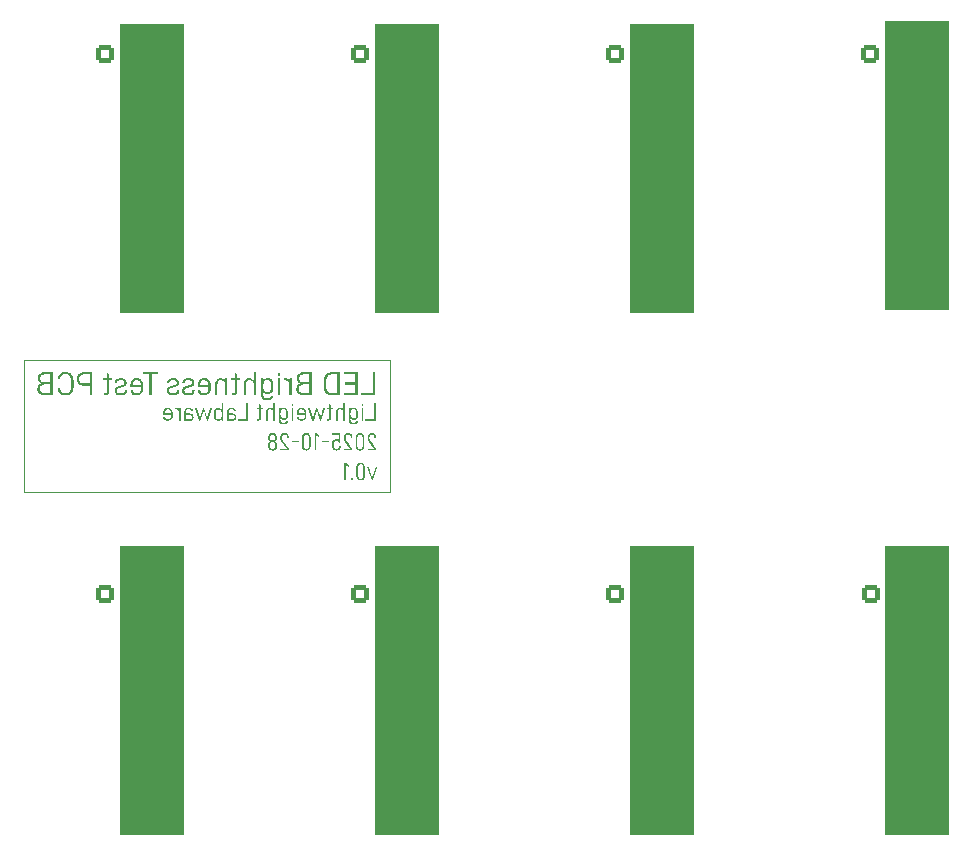
<source format=gbr>
%TF.GenerationSoftware,KiCad,Pcbnew,9.0.5*%
%TF.CreationDate,2025-10-28T22:46:26-07:00*%
%TF.ProjectId,LED_resistance,4c45445f-7265-4736-9973-74616e63652e,rev?*%
%TF.SameCoordinates,Original*%
%TF.FileFunction,Legend,Bot*%
%TF.FilePolarity,Positive*%
%FSLAX46Y46*%
G04 Gerber Fmt 4.6, Leading zero omitted, Abs format (unit mm)*
G04 Created by KiCad (PCBNEW 9.0.5) date 2025-10-28 22:46:26*
%MOMM*%
%LPD*%
G01*
G04 APERTURE LIST*
G04 Aperture macros list*
%AMRoundRect*
0 Rectangle with rounded corners*
0 $1 Rounding radius*
0 $2 $3 $4 $5 $6 $7 $8 $9 X,Y pos of 4 corners*
0 Add a 4 corners polygon primitive as box body*
4,1,4,$2,$3,$4,$5,$6,$7,$8,$9,$2,$3,0*
0 Add four circle primitives for the rounded corners*
1,1,$1+$1,$2,$3*
1,1,$1+$1,$4,$5*
1,1,$1+$1,$6,$7*
1,1,$1+$1,$8,$9*
0 Add four rect primitives between the rounded corners*
20,1,$1+$1,$2,$3,$4,$5,0*
20,1,$1+$1,$4,$5,$6,$7,0*
20,1,$1+$1,$6,$7,$8,$9,0*
20,1,$1+$1,$8,$9,$2,$3,0*%
G04 Aperture macros list end*
%ADD10C,0.100000*%
%ADD11RoundRect,0.250000X-0.550000X-0.550000X0.550000X-0.550000X0.550000X0.550000X-0.550000X0.550000X0*%
%ADD12C,1.600000*%
%ADD13C,1.800000*%
%ADD14R,1.800000X1.800000*%
%ADD15C,1.700000*%
%ADD16R,1.700000X1.700000*%
%ADD17C,6.000000*%
%ADD18C,2.600000*%
%ADD19RoundRect,0.250000X1.050000X-1.050000X1.050000X1.050000X-1.050000X1.050000X-1.050000X-1.050000X0*%
G04 APERTURE END LIST*
D10*
X103886000Y-88138000D02*
X134874000Y-88138000D01*
X134874000Y-99314000D01*
X103886000Y-99314000D01*
X103886000Y-88138000D01*
G36*
X133690021Y-91808029D02*
G01*
X133690021Y-93257000D01*
X132814319Y-93257000D01*
X132814319Y-93118422D01*
X133536790Y-93118422D01*
X133536790Y-91808029D01*
X133690021Y-91808029D01*
G37*
G36*
X132638831Y-92192345D02*
G01*
X132638831Y-93257000D01*
X132496040Y-93257000D01*
X132496040Y-92192345D01*
X132638831Y-92192345D01*
G37*
G36*
X132643044Y-91829095D02*
G01*
X132643044Y-92018047D01*
X132491919Y-92018047D01*
X132491919Y-91829095D01*
X132643044Y-91829095D01*
G37*
G36*
X131888845Y-92174301D02*
G01*
X131937270Y-92183094D01*
X131980258Y-92196889D01*
X132020271Y-92215982D01*
X132090196Y-92268909D01*
X132097528Y-92276334D01*
X132145325Y-92343089D01*
X132178758Y-92431152D01*
X132196452Y-92546359D01*
X132198369Y-92606062D01*
X132198369Y-92753065D01*
X132195438Y-92826892D01*
X132186646Y-92893693D01*
X132173511Y-92948511D01*
X132155497Y-92997486D01*
X132134454Y-93037646D01*
X132109224Y-93072796D01*
X132097528Y-93085907D01*
X132063814Y-93117159D01*
X132027182Y-93142969D01*
X131947348Y-93177655D01*
X131855360Y-93191687D01*
X131839241Y-93191970D01*
X131786639Y-93189037D01*
X131738231Y-93180232D01*
X131666042Y-93152036D01*
X131631508Y-93129729D01*
X131600847Y-93102889D01*
X131551553Y-93036540D01*
X131551553Y-93185650D01*
X131554484Y-93242883D01*
X131563278Y-93293559D01*
X131576174Y-93333486D01*
X131593801Y-93368123D01*
X131614378Y-93395520D01*
X131639024Y-93418369D01*
X131699229Y-93449990D01*
X131778640Y-93464304D01*
X131801414Y-93464911D01*
X131851485Y-93461977D01*
X131896231Y-93453161D01*
X131932244Y-93440050D01*
X131963885Y-93422062D01*
X131964171Y-93421863D01*
X131990932Y-93399724D01*
X132011776Y-93374558D01*
X132025995Y-93348082D01*
X132034947Y-93318933D01*
X132036620Y-93309573D01*
X132179410Y-93309573D01*
X132172902Y-93353320D01*
X132160782Y-93393772D01*
X132143957Y-93429350D01*
X132122008Y-93461924D01*
X132069226Y-93513271D01*
X131993549Y-93555897D01*
X131899102Y-93581562D01*
X131801414Y-93588834D01*
X131742953Y-93585903D01*
X131688861Y-93577110D01*
X131642150Y-93563556D01*
X131599269Y-93544857D01*
X131561616Y-93522005D01*
X131527506Y-93494389D01*
X131510612Y-93477551D01*
X131481929Y-93442567D01*
X131457869Y-93403945D01*
X131423464Y-93315222D01*
X131407523Y-93207637D01*
X131406656Y-93173010D01*
X131406656Y-92627036D01*
X131551553Y-92627036D01*
X131551553Y-92742532D01*
X131554483Y-92799768D01*
X131563270Y-92852228D01*
X131576687Y-92896721D01*
X131595156Y-92937104D01*
X131618781Y-92973525D01*
X131643017Y-93000506D01*
X131670879Y-93022575D01*
X131736043Y-93051590D01*
X131818266Y-93061727D01*
X131861319Y-93058796D01*
X131900022Y-93050004D01*
X131931823Y-93036720D01*
X131959936Y-93018463D01*
X132004079Y-92968666D01*
X132035070Y-92897217D01*
X132051716Y-92797076D01*
X132053472Y-92744639D01*
X132053472Y-92616595D01*
X132050541Y-92550836D01*
X132041750Y-92492710D01*
X132028933Y-92447219D01*
X132011435Y-92407823D01*
X131991366Y-92377168D01*
X131967393Y-92351596D01*
X131910584Y-92316809D01*
X131838030Y-92300543D01*
X131809840Y-92299415D01*
X131765511Y-92302346D01*
X131725312Y-92311139D01*
X131691727Y-92324530D01*
X131661692Y-92342963D01*
X131616674Y-92388716D01*
X131577826Y-92461776D01*
X131555853Y-92554371D01*
X131551553Y-92627036D01*
X131406656Y-92627036D01*
X131406656Y-92183919D01*
X131551553Y-92183919D01*
X131551553Y-92333029D01*
X131577009Y-92293438D01*
X131606075Y-92259401D01*
X131637095Y-92232158D01*
X131671383Y-92209946D01*
X131748908Y-92180804D01*
X131837134Y-92171371D01*
X131888845Y-92174301D01*
G37*
G36*
X131092041Y-91808029D02*
G01*
X131092041Y-93257000D01*
X130949250Y-93257000D01*
X130949250Y-92578768D01*
X130946321Y-92527420D01*
X130937540Y-92481205D01*
X130924353Y-92443339D01*
X130906262Y-92409788D01*
X130881015Y-92378183D01*
X130853466Y-92354011D01*
X130822665Y-92334909D01*
X130752169Y-92312061D01*
X130699298Y-92307841D01*
X130653941Y-92310773D01*
X130612839Y-92319571D01*
X130578607Y-92332939D01*
X130548018Y-92351335D01*
X130518772Y-92377176D01*
X130480370Y-92435117D01*
X130458398Y-92511919D01*
X130453651Y-92578768D01*
X130453651Y-93257000D01*
X130310861Y-93257000D01*
X130310861Y-92557793D01*
X130313792Y-92496370D01*
X130322584Y-92440097D01*
X130335968Y-92392532D01*
X130354387Y-92349381D01*
X130376559Y-92312456D01*
X130403278Y-92279509D01*
X130404284Y-92278441D01*
X130435188Y-92250071D01*
X130469622Y-92226500D01*
X130548622Y-92193877D01*
X130644903Y-92180120D01*
X130663669Y-92179797D01*
X130715941Y-92182728D01*
X130764425Y-92191525D01*
X130806599Y-92205166D01*
X130845413Y-92224010D01*
X130911313Y-92275613D01*
X130949250Y-92322587D01*
X130949250Y-91808029D01*
X131092041Y-91808029D01*
G37*
G36*
X129771206Y-92305735D02*
G01*
X129531787Y-92305735D01*
X129531787Y-92192345D01*
X129771206Y-92192345D01*
X129771206Y-91881576D01*
X129916103Y-91948804D01*
X129916103Y-92192345D01*
X130081975Y-92192345D01*
X130081975Y-92305735D01*
X129916103Y-92305735D01*
X129916103Y-92992484D01*
X129913174Y-93041441D01*
X129904392Y-93085825D01*
X129891072Y-93122796D01*
X129872764Y-93155849D01*
X129847868Y-93186658D01*
X129821070Y-93210056D01*
X129790684Y-93228740D01*
X129718928Y-93252000D01*
X129657816Y-93257000D01*
X129550655Y-93257000D01*
X129550655Y-93131062D01*
X129634644Y-93131062D01*
X129670705Y-93128131D01*
X129701249Y-93119342D01*
X129723603Y-93106735D01*
X129741668Y-93089576D01*
X129764514Y-93043192D01*
X129771206Y-92986165D01*
X129771206Y-92305735D01*
G37*
G36*
X129410337Y-92192345D02*
G01*
X129086929Y-93257000D01*
X128958793Y-93257000D01*
X128692080Y-92398150D01*
X128423260Y-93257000D01*
X128293109Y-93257000D01*
X127969701Y-92192345D01*
X128125131Y-92192345D01*
X128366565Y-93044966D01*
X128631172Y-92192345D01*
X128750882Y-92192345D01*
X129015488Y-93044966D01*
X129254907Y-92192345D01*
X129410337Y-92192345D01*
G37*
G36*
X127469059Y-92180621D02*
G01*
X127522947Y-92189414D01*
X127570412Y-92203122D01*
X127614483Y-92222073D01*
X127654062Y-92245508D01*
X127690447Y-92273894D01*
X127705370Y-92287874D01*
X127757129Y-92355696D01*
X127793438Y-92442707D01*
X127813536Y-92553756D01*
X127816653Y-92627036D01*
X127816653Y-92811867D01*
X127813722Y-92884945D01*
X127804929Y-92951496D01*
X127791693Y-93006855D01*
X127773516Y-93056710D01*
X127752102Y-93098257D01*
X127726388Y-93135014D01*
X127705370Y-93158356D01*
X127670484Y-93189056D01*
X127632252Y-93214812D01*
X127546493Y-93251274D01*
X127444999Y-93268448D01*
X127407149Y-93269639D01*
X127343903Y-93266709D01*
X127285767Y-93257920D01*
X127236303Y-93244497D01*
X127191250Y-93226017D01*
X127120469Y-93179330D01*
X127089619Y-93148636D01*
X127064178Y-93114870D01*
X127030244Y-93040512D01*
X127016732Y-92953475D01*
X127016513Y-92939911D01*
X127016513Y-92929470D01*
X127155182Y-92929470D01*
X127155182Y-92935790D01*
X127158113Y-92975195D01*
X127166906Y-93010751D01*
X127180315Y-93040313D01*
X127198775Y-93066558D01*
X127219204Y-93086915D01*
X127278041Y-93121765D01*
X127355434Y-93139549D01*
X127396616Y-93141503D01*
X127446769Y-93138571D01*
X127492312Y-93129768D01*
X127530262Y-93116425D01*
X127564292Y-93098066D01*
X127600315Y-93069055D01*
X127638008Y-93015469D01*
X127663420Y-92936749D01*
X127673827Y-92823933D01*
X127673862Y-92816080D01*
X127673862Y-92753065D01*
X127008178Y-92753065D01*
X127008178Y-92627036D01*
X127008951Y-92608168D01*
X127150969Y-92608168D01*
X127150969Y-92645995D01*
X127673862Y-92645995D01*
X127673862Y-92622823D01*
X127670931Y-92556504D01*
X127662139Y-92498694D01*
X127649531Y-92454809D01*
X127632370Y-92417545D01*
X127602421Y-92378183D01*
X127574028Y-92354341D01*
X127542271Y-92335416D01*
X127468901Y-92312358D01*
X127411362Y-92307841D01*
X127362803Y-92310771D01*
X127318827Y-92319558D01*
X127282273Y-92332873D01*
X127249613Y-92351177D01*
X127220212Y-92375069D01*
X127183568Y-92426960D01*
X127159574Y-92503442D01*
X127150969Y-92608168D01*
X127008951Y-92608168D01*
X127011109Y-92555533D01*
X127019902Y-92490342D01*
X127033162Y-92435962D01*
X127051378Y-92386917D01*
X127072905Y-92345868D01*
X127098768Y-92309483D01*
X127118362Y-92287874D01*
X127153259Y-92257164D01*
X127191440Y-92231460D01*
X127276745Y-92195331D01*
X127377317Y-92178684D01*
X127411362Y-92177690D01*
X127469059Y-92180621D01*
G37*
G36*
X126711057Y-92192345D02*
G01*
X126711057Y-93257000D01*
X126568266Y-93257000D01*
X126568266Y-92192345D01*
X126711057Y-92192345D01*
G37*
G36*
X126715270Y-91829095D02*
G01*
X126715270Y-92018047D01*
X126564145Y-92018047D01*
X126564145Y-91829095D01*
X126715270Y-91829095D01*
G37*
G36*
X125961071Y-92174301D02*
G01*
X126009496Y-92183094D01*
X126052484Y-92196889D01*
X126092497Y-92215982D01*
X126162422Y-92268909D01*
X126169754Y-92276334D01*
X126217551Y-92343089D01*
X126250984Y-92431152D01*
X126268678Y-92546359D01*
X126270595Y-92606062D01*
X126270595Y-92753065D01*
X126267665Y-92826892D01*
X126258872Y-92893693D01*
X126245737Y-92948511D01*
X126227723Y-92997486D01*
X126206680Y-93037646D01*
X126181450Y-93072796D01*
X126169754Y-93085907D01*
X126136040Y-93117159D01*
X126099408Y-93142969D01*
X126019575Y-93177655D01*
X125927586Y-93191687D01*
X125911467Y-93191970D01*
X125858866Y-93189037D01*
X125810458Y-93180232D01*
X125738268Y-93152036D01*
X125703734Y-93129729D01*
X125673073Y-93102889D01*
X125623779Y-93036540D01*
X125623779Y-93185650D01*
X125626710Y-93242883D01*
X125635504Y-93293559D01*
X125648400Y-93333486D01*
X125666027Y-93368123D01*
X125686604Y-93395520D01*
X125711250Y-93418369D01*
X125771455Y-93449990D01*
X125850866Y-93464304D01*
X125873640Y-93464911D01*
X125923711Y-93461977D01*
X125968457Y-93453161D01*
X126004470Y-93440050D01*
X126036111Y-93422062D01*
X126036397Y-93421863D01*
X126063158Y-93399724D01*
X126084002Y-93374558D01*
X126098221Y-93348082D01*
X126107174Y-93318933D01*
X126108846Y-93309573D01*
X126251636Y-93309573D01*
X126245128Y-93353320D01*
X126233008Y-93393772D01*
X126216183Y-93429350D01*
X126194234Y-93461924D01*
X126141452Y-93513271D01*
X126065775Y-93555897D01*
X125971328Y-93581562D01*
X125873640Y-93588834D01*
X125815179Y-93585903D01*
X125761087Y-93577110D01*
X125714376Y-93563556D01*
X125671495Y-93544857D01*
X125633842Y-93522005D01*
X125599732Y-93494389D01*
X125582838Y-93477551D01*
X125554155Y-93442567D01*
X125530095Y-93403945D01*
X125495690Y-93315222D01*
X125479749Y-93207637D01*
X125478882Y-93173010D01*
X125478882Y-92627036D01*
X125623779Y-92627036D01*
X125623779Y-92742532D01*
X125626709Y-92799768D01*
X125635496Y-92852228D01*
X125648913Y-92896721D01*
X125667383Y-92937104D01*
X125691007Y-92973525D01*
X125715243Y-93000506D01*
X125743105Y-93022575D01*
X125808269Y-93051590D01*
X125890493Y-93061727D01*
X125933545Y-93058796D01*
X125972249Y-93050004D01*
X126004049Y-93036720D01*
X126032162Y-93018463D01*
X126076305Y-92968666D01*
X126107296Y-92897217D01*
X126123942Y-92797076D01*
X126125698Y-92744639D01*
X126125698Y-92616595D01*
X126122768Y-92550836D01*
X126113976Y-92492710D01*
X126101159Y-92447219D01*
X126083661Y-92407823D01*
X126063592Y-92377168D01*
X126039619Y-92351596D01*
X125982810Y-92316809D01*
X125910257Y-92300543D01*
X125882066Y-92299415D01*
X125837737Y-92302346D01*
X125797539Y-92311139D01*
X125763953Y-92324530D01*
X125733919Y-92342963D01*
X125688901Y-92388716D01*
X125650052Y-92461776D01*
X125628079Y-92554371D01*
X125623779Y-92627036D01*
X125478882Y-92627036D01*
X125478882Y-92183919D01*
X125623779Y-92183919D01*
X125623779Y-92333029D01*
X125649235Y-92293438D01*
X125678301Y-92259401D01*
X125709321Y-92232158D01*
X125743609Y-92209946D01*
X125821134Y-92180804D01*
X125909360Y-92171371D01*
X125961071Y-92174301D01*
G37*
G36*
X125164267Y-91808029D02*
G01*
X125164267Y-93257000D01*
X125021476Y-93257000D01*
X125021476Y-92578768D01*
X125018547Y-92527420D01*
X125009766Y-92481205D01*
X124996579Y-92443339D01*
X124978488Y-92409788D01*
X124953241Y-92378183D01*
X124925692Y-92354011D01*
X124894891Y-92334909D01*
X124824395Y-92312061D01*
X124771524Y-92307841D01*
X124726167Y-92310773D01*
X124685066Y-92319571D01*
X124650833Y-92332939D01*
X124620244Y-92351335D01*
X124590998Y-92377176D01*
X124552596Y-92435117D01*
X124530624Y-92511919D01*
X124525877Y-92578768D01*
X124525877Y-93257000D01*
X124383087Y-93257000D01*
X124383087Y-92557793D01*
X124386018Y-92496370D01*
X124394810Y-92440097D01*
X124408194Y-92392532D01*
X124426613Y-92349381D01*
X124448785Y-92312456D01*
X124475504Y-92279509D01*
X124476510Y-92278441D01*
X124507414Y-92250071D01*
X124541848Y-92226500D01*
X124620848Y-92193877D01*
X124717129Y-92180120D01*
X124735896Y-92179797D01*
X124788167Y-92182728D01*
X124836651Y-92191525D01*
X124878826Y-92205166D01*
X124917639Y-92224010D01*
X124983539Y-92275613D01*
X125021476Y-92322587D01*
X125021476Y-91808029D01*
X125164267Y-91808029D01*
G37*
G36*
X123843432Y-92305735D02*
G01*
X123604013Y-92305735D01*
X123604013Y-92192345D01*
X123843432Y-92192345D01*
X123843432Y-91881576D01*
X123988329Y-91948804D01*
X123988329Y-92192345D01*
X124154201Y-92192345D01*
X124154201Y-92305735D01*
X123988329Y-92305735D01*
X123988329Y-92992484D01*
X123985400Y-93041441D01*
X123976619Y-93085825D01*
X123963299Y-93122796D01*
X123944990Y-93155849D01*
X123920094Y-93186658D01*
X123893296Y-93210056D01*
X123862910Y-93228740D01*
X123791154Y-93252000D01*
X123730042Y-93257000D01*
X123622881Y-93257000D01*
X123622881Y-93131062D01*
X123706870Y-93131062D01*
X123742931Y-93128131D01*
X123773475Y-93119342D01*
X123795830Y-93106735D01*
X123813894Y-93089576D01*
X123836740Y-93043192D01*
X123843432Y-92986165D01*
X123843432Y-92305735D01*
G37*
G36*
X122889603Y-91808029D02*
G01*
X122889603Y-93257000D01*
X122013901Y-93257000D01*
X122013901Y-93118422D01*
X122736371Y-93118422D01*
X122736371Y-91808029D01*
X122889603Y-91808029D01*
G37*
G36*
X121543260Y-92180621D02*
G01*
X121600515Y-92189414D01*
X121648847Y-92202785D01*
X121692666Y-92221183D01*
X121751584Y-92259573D01*
X121781801Y-92288427D01*
X121806510Y-92320324D01*
X121838676Y-92390626D01*
X121850291Y-92473310D01*
X121850319Y-92477926D01*
X121850319Y-92488459D01*
X121711742Y-92488459D01*
X121711742Y-92482139D01*
X121708812Y-92446459D01*
X121700026Y-92414263D01*
X121686518Y-92387297D01*
X121667901Y-92363349D01*
X121649734Y-92346676D01*
X121590145Y-92314230D01*
X121510483Y-92298517D01*
X121478642Y-92297400D01*
X121429668Y-92300331D01*
X121385931Y-92309124D01*
X121350680Y-92322223D01*
X121319778Y-92340179D01*
X121300131Y-92356201D01*
X121261985Y-92407687D01*
X121241046Y-92476297D01*
X121237117Y-92530499D01*
X121237117Y-92652224D01*
X121524804Y-92652224D01*
X121586717Y-92655153D01*
X121643090Y-92663937D01*
X121690167Y-92677219D01*
X121732539Y-92695467D01*
X121788403Y-92733099D01*
X121816685Y-92761475D01*
X121839882Y-92793208D01*
X121870611Y-92865230D01*
X121881807Y-92952681D01*
X121881826Y-92956764D01*
X121878895Y-93009063D01*
X121870098Y-93056690D01*
X121856738Y-93096587D01*
X121838354Y-93132491D01*
X121789411Y-93189863D01*
X121721081Y-93233448D01*
X121634029Y-93260520D01*
X121529017Y-93269639D01*
X121468253Y-93266711D01*
X121413545Y-93257937D01*
X121354720Y-93239231D01*
X121318189Y-93220449D01*
X121284975Y-93196720D01*
X121235010Y-93143610D01*
X121235010Y-93257000D01*
X121094326Y-93257000D01*
X121094326Y-92895856D01*
X121237117Y-92895856D01*
X121240048Y-92948558D01*
X121248840Y-92995197D01*
X121261768Y-93031993D01*
X121279444Y-93063877D01*
X121301139Y-93090121D01*
X121354260Y-93126562D01*
X121429363Y-93148533D01*
X121505937Y-93154143D01*
X121559004Y-93151212D01*
X121605230Y-93142419D01*
X121640483Y-93129725D01*
X121670358Y-93112426D01*
X121693159Y-93092372D01*
X121711377Y-93068396D01*
X121733949Y-93009227D01*
X121739036Y-92954657D01*
X121736105Y-92913042D01*
X121727312Y-92876350D01*
X121714284Y-92847356D01*
X121696443Y-92822401D01*
X121648342Y-92785628D01*
X121579132Y-92763354D01*
X121503830Y-92757279D01*
X121237117Y-92757279D01*
X121237117Y-92895856D01*
X121094326Y-92895856D01*
X121094326Y-92532514D01*
X121097257Y-92475252D01*
X121106050Y-92422919D01*
X121119421Y-92378850D01*
X121137819Y-92339013D01*
X121160041Y-92304975D01*
X121186831Y-92274787D01*
X121194069Y-92267999D01*
X121263123Y-92221232D01*
X121350700Y-92190838D01*
X121461844Y-92177926D01*
X121480749Y-92177690D01*
X121543260Y-92180621D01*
G37*
G36*
X120779619Y-93257000D02*
G01*
X120636829Y-93257000D01*
X120636829Y-93116316D01*
X120611976Y-93153640D01*
X120583351Y-93185766D01*
X120552316Y-93211722D01*
X120517804Y-93232885D01*
X120438290Y-93260849D01*
X120349141Y-93269639D01*
X120298322Y-93266708D01*
X120250646Y-93257915D01*
X120208141Y-93244083D01*
X120168490Y-93224928D01*
X120098706Y-93171599D01*
X120090855Y-93163577D01*
X120042974Y-93096199D01*
X120009523Y-93007565D01*
X119991886Y-92891904D01*
X119990013Y-92832841D01*
X119990013Y-92622823D01*
X120132803Y-92622823D01*
X120132803Y-92824415D01*
X120135734Y-92890964D01*
X120144526Y-92949684D01*
X120157312Y-92995453D01*
X120174760Y-93034993D01*
X120194705Y-93065582D01*
X120218514Y-93091005D01*
X120274723Y-93125205D01*
X120346320Y-93140663D01*
X120370116Y-93141503D01*
X120415335Y-93138571D01*
X120456469Y-93129771D01*
X120491004Y-93116341D01*
X120522023Y-93097843D01*
X120568594Y-93052293D01*
X120609846Y-92978881D01*
X120632524Y-92889711D01*
X120636829Y-92822308D01*
X120636829Y-92635463D01*
X120633898Y-92574900D01*
X120625105Y-92519716D01*
X120611804Y-92473608D01*
X120593520Y-92432090D01*
X120571708Y-92397143D01*
X120548003Y-92369611D01*
X120520734Y-92347139D01*
X120457434Y-92317909D01*
X120378542Y-92307841D01*
X120333425Y-92310772D01*
X120292881Y-92319564D01*
X120259657Y-92332808D01*
X120230295Y-92351000D01*
X120184474Y-92400193D01*
X120152428Y-92469963D01*
X120134946Y-92566755D01*
X120132803Y-92622823D01*
X119990013Y-92622823D01*
X119990013Y-92614488D01*
X119992943Y-92542049D01*
X120001733Y-92476363D01*
X120014904Y-92422185D01*
X120032975Y-92373659D01*
X120054166Y-92333617D01*
X120079589Y-92298459D01*
X120092961Y-92283661D01*
X120127015Y-92252814D01*
X120164107Y-92227256D01*
X120245634Y-92192516D01*
X120340350Y-92178064D01*
X120359583Y-92177690D01*
X120407010Y-92180625D01*
X120451323Y-92189441D01*
X120522340Y-92219639D01*
X120556291Y-92243347D01*
X120586884Y-92271891D01*
X120636829Y-92341455D01*
X120636829Y-91808029D01*
X120779619Y-91808029D01*
X120779619Y-93257000D01*
G37*
G36*
X119837972Y-92192345D02*
G01*
X119514564Y-93257000D01*
X119386428Y-93257000D01*
X119119714Y-92398150D01*
X118850895Y-93257000D01*
X118720744Y-93257000D01*
X118397336Y-92192345D01*
X118552766Y-92192345D01*
X118794200Y-93044966D01*
X119058806Y-92192345D01*
X119178516Y-92192345D01*
X119443122Y-93044966D01*
X119682542Y-92192345D01*
X119837972Y-92192345D01*
G37*
G36*
X117930908Y-92180621D02*
G01*
X117988163Y-92189414D01*
X118036496Y-92202785D01*
X118080314Y-92221183D01*
X118139232Y-92259573D01*
X118169449Y-92288427D01*
X118194158Y-92320324D01*
X118226325Y-92390626D01*
X118237939Y-92473310D01*
X118237967Y-92477926D01*
X118237967Y-92488459D01*
X118099390Y-92488459D01*
X118099390Y-92482139D01*
X118096460Y-92446459D01*
X118087674Y-92414263D01*
X118074166Y-92387297D01*
X118055549Y-92363349D01*
X118037383Y-92346676D01*
X117977793Y-92314230D01*
X117898131Y-92298517D01*
X117866291Y-92297400D01*
X117817316Y-92300331D01*
X117773580Y-92309124D01*
X117738328Y-92322223D01*
X117707426Y-92340179D01*
X117687780Y-92356201D01*
X117649634Y-92407687D01*
X117628695Y-92476297D01*
X117624765Y-92530499D01*
X117624765Y-92652224D01*
X117912453Y-92652224D01*
X117974365Y-92655153D01*
X118030738Y-92663937D01*
X118077815Y-92677219D01*
X118120188Y-92695467D01*
X118176052Y-92733099D01*
X118204334Y-92761475D01*
X118227531Y-92793208D01*
X118258260Y-92865230D01*
X118269455Y-92952681D01*
X118269475Y-92956764D01*
X118266543Y-93009063D01*
X118257747Y-93056690D01*
X118244386Y-93096587D01*
X118226003Y-93132491D01*
X118177059Y-93189863D01*
X118108729Y-93233448D01*
X118021677Y-93260520D01*
X117916666Y-93269639D01*
X117855901Y-93266711D01*
X117801193Y-93257937D01*
X117742368Y-93239231D01*
X117705837Y-93220449D01*
X117672623Y-93196720D01*
X117622658Y-93143610D01*
X117622658Y-93257000D01*
X117481975Y-93257000D01*
X117481975Y-92895856D01*
X117624765Y-92895856D01*
X117627696Y-92948558D01*
X117636489Y-92995197D01*
X117649416Y-93031993D01*
X117667093Y-93063877D01*
X117688787Y-93090121D01*
X117741908Y-93126562D01*
X117817011Y-93148533D01*
X117893585Y-93154143D01*
X117946652Y-93151212D01*
X117992878Y-93142419D01*
X118028131Y-93129725D01*
X118058006Y-93112426D01*
X118080807Y-93092372D01*
X118099025Y-93068396D01*
X118121597Y-93009227D01*
X118126684Y-92954657D01*
X118123753Y-92913042D01*
X118114960Y-92876350D01*
X118101932Y-92847356D01*
X118084092Y-92822401D01*
X118035991Y-92785628D01*
X117966780Y-92763354D01*
X117891478Y-92757279D01*
X117624765Y-92757279D01*
X117624765Y-92895856D01*
X117481975Y-92895856D01*
X117481975Y-92532514D01*
X117484905Y-92475252D01*
X117493698Y-92422919D01*
X117507069Y-92378850D01*
X117525468Y-92339013D01*
X117547689Y-92304975D01*
X117574480Y-92274787D01*
X117581717Y-92267999D01*
X117650772Y-92221232D01*
X117738348Y-92190838D01*
X117849492Y-92177926D01*
X117868397Y-92177690D01*
X117930908Y-92180621D01*
G37*
G36*
X117167268Y-92192345D02*
G01*
X117167268Y-93257000D01*
X117024477Y-93257000D01*
X117024477Y-92582981D01*
X117021548Y-92534524D01*
X117012767Y-92490036D01*
X116999245Y-92451963D01*
X116980607Y-92417355D01*
X116956242Y-92385510D01*
X116928790Y-92359503D01*
X116898377Y-92338961D01*
X116830848Y-92314681D01*
X116778738Y-92309948D01*
X116731043Y-92312885D01*
X116686287Y-92321725D01*
X116669562Y-92326801D01*
X116669562Y-92183919D01*
X116747231Y-92177690D01*
X116795589Y-92180623D01*
X116841216Y-92189429D01*
X116909988Y-92216525D01*
X116943651Y-92237895D01*
X116973927Y-92264112D01*
X117024481Y-92331382D01*
X117026584Y-92335135D01*
X117026584Y-92192345D01*
X117167268Y-92192345D01*
G37*
G36*
X116146937Y-92180621D02*
G01*
X116200826Y-92189414D01*
X116248290Y-92203122D01*
X116292362Y-92222073D01*
X116331940Y-92245508D01*
X116368326Y-92273894D01*
X116383248Y-92287874D01*
X116435007Y-92355696D01*
X116471316Y-92442707D01*
X116491415Y-92553756D01*
X116494531Y-92627036D01*
X116494531Y-92811867D01*
X116491600Y-92884945D01*
X116482808Y-92951496D01*
X116469572Y-93006855D01*
X116451394Y-93056710D01*
X116429981Y-93098257D01*
X116404267Y-93135014D01*
X116383248Y-93158356D01*
X116348363Y-93189056D01*
X116310130Y-93214812D01*
X116224372Y-93251274D01*
X116122878Y-93268448D01*
X116085028Y-93269639D01*
X116021781Y-93266709D01*
X115963645Y-93257920D01*
X115914181Y-93244497D01*
X115869129Y-93226017D01*
X115798348Y-93179330D01*
X115767497Y-93148636D01*
X115742057Y-93114870D01*
X115708123Y-93040512D01*
X115694611Y-92953475D01*
X115694392Y-92939911D01*
X115694392Y-92929470D01*
X115833061Y-92929470D01*
X115833061Y-92935790D01*
X115835991Y-92975195D01*
X115844784Y-93010751D01*
X115858193Y-93040313D01*
X115876654Y-93066558D01*
X115897083Y-93086915D01*
X115955919Y-93121765D01*
X116033312Y-93139549D01*
X116074495Y-93141503D01*
X116124647Y-93138571D01*
X116170191Y-93129768D01*
X116208140Y-93116425D01*
X116242170Y-93098066D01*
X116278193Y-93069055D01*
X116315886Y-93015469D01*
X116341298Y-92936749D01*
X116351705Y-92823933D01*
X116351741Y-92816080D01*
X116351741Y-92753065D01*
X115686057Y-92753065D01*
X115686057Y-92627036D01*
X115686830Y-92608168D01*
X115828847Y-92608168D01*
X115828847Y-92645995D01*
X116351741Y-92645995D01*
X116351741Y-92622823D01*
X116348810Y-92556504D01*
X116340017Y-92498694D01*
X116327409Y-92454809D01*
X116310249Y-92417545D01*
X116280300Y-92378183D01*
X116251907Y-92354341D01*
X116220149Y-92335416D01*
X116146780Y-92312358D01*
X116089241Y-92307841D01*
X116040682Y-92310771D01*
X115996706Y-92319558D01*
X115960151Y-92332873D01*
X115927491Y-92351177D01*
X115898090Y-92375069D01*
X115861446Y-92426960D01*
X115837453Y-92503442D01*
X115828847Y-92608168D01*
X115686830Y-92608168D01*
X115688988Y-92555533D01*
X115697781Y-92490342D01*
X115711040Y-92435962D01*
X115729257Y-92386917D01*
X115750783Y-92345868D01*
X115776646Y-92309483D01*
X115796241Y-92287874D01*
X115831137Y-92257164D01*
X115869318Y-92231460D01*
X115954624Y-92195331D01*
X116055196Y-92178684D01*
X116089241Y-92177690D01*
X116146937Y-92180621D01*
G37*
G36*
X133734168Y-95653168D02*
G01*
X133734168Y-95777000D01*
X132999150Y-95777000D01*
X132999150Y-95640529D01*
X133545124Y-95640529D01*
X133125179Y-95035753D01*
X133083010Y-94973179D01*
X133049416Y-94912339D01*
X133030657Y-94869882D01*
X133014541Y-94820995D01*
X133004130Y-94770576D01*
X132999150Y-94701812D01*
X132999150Y-94666183D01*
X133002082Y-94615981D01*
X133010886Y-94568245D01*
X133024878Y-94524714D01*
X133044304Y-94483459D01*
X133068293Y-94446068D01*
X133096764Y-94412684D01*
X133166196Y-94358506D01*
X133173448Y-94354315D01*
X133257427Y-94320473D01*
X133353934Y-94307216D01*
X133366613Y-94307054D01*
X133422216Y-94309985D01*
X133473811Y-94318778D01*
X133518675Y-94332396D01*
X133559991Y-94351200D01*
X133596616Y-94374351D01*
X133629908Y-94402364D01*
X133634426Y-94406797D01*
X133663638Y-94440154D01*
X133687801Y-94476755D01*
X133720725Y-94558713D01*
X133733970Y-94655897D01*
X133734168Y-94670396D01*
X133734168Y-94716558D01*
X133582952Y-94716558D01*
X133582952Y-94678731D01*
X133580020Y-94629073D01*
X133571219Y-94585154D01*
X133558271Y-94550538D01*
X133540555Y-94520603D01*
X133526257Y-94503426D01*
X133501570Y-94481628D01*
X133473451Y-94464740D01*
X133407231Y-94445737D01*
X133370827Y-94443525D01*
X133329496Y-94446455D01*
X133291994Y-94455241D01*
X133260501Y-94468690D01*
X133232331Y-94487212D01*
X133213382Y-94504433D01*
X133192133Y-94530701D01*
X133175629Y-94560507D01*
X133156789Y-94631327D01*
X133154580Y-94670396D01*
X133154580Y-94701812D01*
X133166308Y-94788035D01*
X133203659Y-94883311D01*
X133246995Y-94955977D01*
X133734168Y-95653168D01*
G37*
G36*
X132417771Y-94309985D02*
G01*
X132471107Y-94318777D01*
X132516264Y-94332184D01*
X132557229Y-94350640D01*
X132592423Y-94372967D01*
X132623799Y-94399894D01*
X132674761Y-94466950D01*
X132711584Y-94555106D01*
X132733179Y-94669831D01*
X132737566Y-94762720D01*
X132737566Y-95333974D01*
X132734635Y-95412125D01*
X132725841Y-95483076D01*
X132712669Y-95541649D01*
X132694595Y-95594201D01*
X132673482Y-95637503D01*
X132648162Y-95675642D01*
X132620188Y-95707115D01*
X132588411Y-95733920D01*
X132514482Y-95773145D01*
X132423099Y-95794481D01*
X132359570Y-95798065D01*
X132301569Y-95795135D01*
X132248366Y-95786342D01*
X132203234Y-95772919D01*
X132162243Y-95754436D01*
X132126947Y-95732049D01*
X132095432Y-95705041D01*
X132044060Y-95637703D01*
X132006691Y-95549106D01*
X131984411Y-95433778D01*
X131979467Y-95333974D01*
X131979467Y-94800547D01*
X132132790Y-94800547D01*
X132132790Y-95304573D01*
X132135721Y-95388790D01*
X132144514Y-95460799D01*
X132156780Y-95513023D01*
X132173392Y-95556208D01*
X132185272Y-95577514D01*
X132205001Y-95602865D01*
X132228698Y-95623546D01*
X132286614Y-95650511D01*
X132359570Y-95659488D01*
X132403085Y-95656558D01*
X132441570Y-95647774D01*
X132472153Y-95634739D01*
X132498602Y-95616891D01*
X132532860Y-95577514D01*
X132561901Y-95509163D01*
X132580425Y-95401484D01*
X132584334Y-95304573D01*
X132584334Y-94800547D01*
X132581406Y-94715708D01*
X132572630Y-94643265D01*
X132560391Y-94590773D01*
X132543830Y-94547463D01*
X132532860Y-94527514D01*
X132513474Y-94502209D01*
X132490093Y-94481568D01*
X132432759Y-94454671D01*
X132359570Y-94445632D01*
X132315981Y-94448563D01*
X132277336Y-94457355D01*
X132246523Y-94470424D01*
X132219802Y-94488330D01*
X132185272Y-94527514D01*
X132155817Y-94595307D01*
X132136961Y-94701489D01*
X132132790Y-94800547D01*
X131979467Y-94800547D01*
X131979467Y-94762720D01*
X131982397Y-94686239D01*
X131991189Y-94616777D01*
X132004372Y-94559357D01*
X132022462Y-94507817D01*
X132043635Y-94465259D01*
X132069031Y-94427763D01*
X132097175Y-94396731D01*
X132129157Y-94370300D01*
X132203843Y-94331531D01*
X132296496Y-94310485D01*
X132359570Y-94307054D01*
X132417771Y-94309985D01*
G37*
G36*
X131717699Y-95653168D02*
G01*
X131717699Y-95777000D01*
X130982681Y-95777000D01*
X130982681Y-95640529D01*
X131528655Y-95640529D01*
X131108710Y-95035753D01*
X131066541Y-94973179D01*
X131032947Y-94912339D01*
X131014188Y-94869882D01*
X130998072Y-94820995D01*
X130987661Y-94770576D01*
X130982681Y-94701812D01*
X130982681Y-94666183D01*
X130985614Y-94615981D01*
X130994417Y-94568245D01*
X131008410Y-94524714D01*
X131027836Y-94483459D01*
X131051824Y-94446068D01*
X131080295Y-94412684D01*
X131149727Y-94358506D01*
X131156979Y-94354315D01*
X131240958Y-94320473D01*
X131337465Y-94307216D01*
X131350144Y-94307054D01*
X131405747Y-94309985D01*
X131457342Y-94318778D01*
X131502206Y-94332396D01*
X131543522Y-94351200D01*
X131580147Y-94374351D01*
X131613439Y-94402364D01*
X131617957Y-94406797D01*
X131647169Y-94440154D01*
X131671332Y-94476755D01*
X131704256Y-94558713D01*
X131717501Y-94655897D01*
X131717699Y-94670396D01*
X131717699Y-94716558D01*
X131566483Y-94716558D01*
X131566483Y-94678731D01*
X131563551Y-94629073D01*
X131554750Y-94585154D01*
X131541802Y-94550538D01*
X131524086Y-94520603D01*
X131509788Y-94503426D01*
X131485101Y-94481628D01*
X131456982Y-94464740D01*
X131390762Y-94445737D01*
X131354358Y-94443525D01*
X131313027Y-94446455D01*
X131275525Y-94455241D01*
X131244032Y-94468690D01*
X131215862Y-94487212D01*
X131196913Y-94504433D01*
X131175664Y-94530701D01*
X131159160Y-94560507D01*
X131140320Y-94631327D01*
X131138111Y-94670396D01*
X131138111Y-94701812D01*
X131149839Y-94788035D01*
X131187190Y-94883311D01*
X131230527Y-94955977D01*
X131717699Y-95653168D01*
G37*
G36*
X130623461Y-95707757D02*
G01*
X130554068Y-95755913D01*
X130468693Y-95786182D01*
X130363100Y-95797996D01*
X130353634Y-95798065D01*
X130297484Y-95795134D01*
X130245564Y-95786338D01*
X130200758Y-95772776D01*
X130159656Y-95754062D01*
X130123497Y-95731115D01*
X130090780Y-95703367D01*
X130080601Y-95693010D01*
X130030165Y-95622227D01*
X129997319Y-95535132D01*
X129982538Y-95427606D01*
X129981957Y-95399095D01*
X129981957Y-95241558D01*
X129984888Y-95173344D01*
X129993681Y-95111146D01*
X130006957Y-95059198D01*
X130025201Y-95012333D01*
X130070159Y-94941231D01*
X130098200Y-94912418D01*
X130130023Y-94888218D01*
X130204547Y-94853803D01*
X130297550Y-94837388D01*
X130332659Y-94836268D01*
X130377891Y-94839202D01*
X130420778Y-94848019D01*
X130460704Y-94862463D01*
X130499969Y-94883193D01*
X130533902Y-94907948D01*
X130557332Y-94930790D01*
X130557332Y-94468804D01*
X130005038Y-94468804D01*
X130005038Y-94328029D01*
X130698016Y-94328029D01*
X130698016Y-95121849D01*
X130563652Y-95121849D01*
X130548741Y-95086385D01*
X130529144Y-95055414D01*
X130485891Y-95013680D01*
X130424398Y-94984213D01*
X130353634Y-94974845D01*
X130309957Y-94977777D01*
X130271245Y-94986575D01*
X130240404Y-94999644D01*
X130213653Y-95017554D01*
X130188770Y-95043080D01*
X130156446Y-95103263D01*
X130138079Y-95189392D01*
X130135189Y-95249984D01*
X130135189Y-95386455D01*
X130138120Y-95445756D01*
X130146911Y-95497808D01*
X130159664Y-95538033D01*
X130177057Y-95572516D01*
X130197076Y-95599079D01*
X130220993Y-95620815D01*
X130278667Y-95649265D01*
X130355740Y-95659488D01*
X130401763Y-95656557D01*
X130442617Y-95647765D01*
X130475196Y-95634717D01*
X130503500Y-95616845D01*
X130517398Y-95604808D01*
X130537867Y-95581069D01*
X130553767Y-95553605D01*
X130571996Y-95486534D01*
X130574093Y-95449470D01*
X130574093Y-95434724D01*
X130721097Y-95434724D01*
X130721097Y-95462018D01*
X130718166Y-95513937D01*
X130709370Y-95561954D01*
X130695771Y-95603477D01*
X130676999Y-95641550D01*
X130625733Y-95705636D01*
X130623461Y-95707757D01*
G37*
G36*
X129720281Y-94979058D02*
G01*
X129720281Y-95117635D01*
X129142800Y-95117635D01*
X129142800Y-94979058D01*
X129720281Y-94979058D01*
G37*
G36*
X128664236Y-94504433D02*
G01*
X128664236Y-95777000D01*
X128513020Y-95777000D01*
X128513020Y-94328029D01*
X128666343Y-94328029D01*
X128914097Y-94519179D01*
X128914097Y-94691371D01*
X128664236Y-94504433D01*
G37*
G36*
X127870457Y-94309985D02*
G01*
X127923794Y-94318777D01*
X127968950Y-94332184D01*
X128009916Y-94350640D01*
X128045110Y-94372967D01*
X128076486Y-94399894D01*
X128127448Y-94466950D01*
X128164271Y-94555106D01*
X128185866Y-94669831D01*
X128190253Y-94762720D01*
X128190253Y-95333974D01*
X128187322Y-95412125D01*
X128178528Y-95483076D01*
X128165356Y-95541649D01*
X128147281Y-95594201D01*
X128126168Y-95637503D01*
X128100849Y-95675642D01*
X128072875Y-95707115D01*
X128041098Y-95733920D01*
X127967169Y-95773145D01*
X127875786Y-95794481D01*
X127812256Y-95798065D01*
X127754256Y-95795135D01*
X127701053Y-95786342D01*
X127655920Y-95772919D01*
X127614930Y-95754436D01*
X127579633Y-95732049D01*
X127548119Y-95705041D01*
X127496746Y-95637703D01*
X127459377Y-95549106D01*
X127437098Y-95433778D01*
X127432153Y-95333974D01*
X127432153Y-94800547D01*
X127585477Y-94800547D01*
X127585477Y-95304573D01*
X127588408Y-95388790D01*
X127597200Y-95460799D01*
X127609467Y-95513023D01*
X127626078Y-95556208D01*
X127637959Y-95577514D01*
X127657688Y-95602865D01*
X127681385Y-95623546D01*
X127739301Y-95650511D01*
X127812256Y-95659488D01*
X127855772Y-95656558D01*
X127894257Y-95647774D01*
X127924839Y-95634739D01*
X127951289Y-95616891D01*
X127985547Y-95577514D01*
X128014588Y-95509163D01*
X128033112Y-95401484D01*
X128037021Y-95304573D01*
X128037021Y-94800547D01*
X128034092Y-94715708D01*
X128025317Y-94643265D01*
X128013077Y-94590773D01*
X127996517Y-94547463D01*
X127985547Y-94527514D01*
X127966161Y-94502209D01*
X127942779Y-94481568D01*
X127885445Y-94454671D01*
X127812256Y-94445632D01*
X127768667Y-94448563D01*
X127730023Y-94457355D01*
X127699210Y-94470424D01*
X127672489Y-94488330D01*
X127637959Y-94527514D01*
X127608503Y-94595307D01*
X127589647Y-94701489D01*
X127585477Y-94800547D01*
X127432153Y-94800547D01*
X127432153Y-94762720D01*
X127435084Y-94686239D01*
X127443876Y-94616777D01*
X127457059Y-94559357D01*
X127475149Y-94507817D01*
X127496322Y-94465259D01*
X127521718Y-94427763D01*
X127549862Y-94396731D01*
X127581843Y-94370300D01*
X127656530Y-94331531D01*
X127749183Y-94310485D01*
X127812256Y-94307054D01*
X127870457Y-94309985D01*
G37*
G36*
X127170386Y-94979058D02*
G01*
X127170386Y-95117635D01*
X126592904Y-95117635D01*
X126592904Y-94979058D01*
X127170386Y-94979058D01*
G37*
G36*
X126345334Y-95653168D02*
G01*
X126345334Y-95777000D01*
X125610315Y-95777000D01*
X125610315Y-95640529D01*
X126156290Y-95640529D01*
X125736345Y-95035753D01*
X125694176Y-94973179D01*
X125660581Y-94912339D01*
X125641823Y-94869882D01*
X125625706Y-94820995D01*
X125615295Y-94770576D01*
X125610315Y-94701812D01*
X125610315Y-94666183D01*
X125613248Y-94615981D01*
X125622051Y-94568245D01*
X125636044Y-94524714D01*
X125655470Y-94483459D01*
X125679458Y-94446068D01*
X125707930Y-94412684D01*
X125777361Y-94358506D01*
X125784613Y-94354315D01*
X125868592Y-94320473D01*
X125965099Y-94307216D01*
X125977779Y-94307054D01*
X126033381Y-94309985D01*
X126084976Y-94318778D01*
X126129841Y-94332396D01*
X126171156Y-94351200D01*
X126207781Y-94374351D01*
X126241074Y-94402364D01*
X126245591Y-94406797D01*
X126274803Y-94440154D01*
X126298966Y-94476755D01*
X126331891Y-94558713D01*
X126345135Y-94655897D01*
X126345334Y-94670396D01*
X126345334Y-94716558D01*
X126194117Y-94716558D01*
X126194117Y-94678731D01*
X126191185Y-94629073D01*
X126182385Y-94585154D01*
X126169436Y-94550538D01*
X126151721Y-94520603D01*
X126137422Y-94503426D01*
X126112735Y-94481628D01*
X126084616Y-94464740D01*
X126018397Y-94445737D01*
X125981992Y-94443525D01*
X125940661Y-94446455D01*
X125903159Y-94455241D01*
X125871666Y-94468690D01*
X125843497Y-94487212D01*
X125824547Y-94504433D01*
X125803299Y-94530701D01*
X125786795Y-94560507D01*
X125767954Y-94631327D01*
X125765745Y-94670396D01*
X125765745Y-94701812D01*
X125777473Y-94788035D01*
X125814824Y-94883311D01*
X125858161Y-94955977D01*
X126345334Y-95653168D01*
G37*
G36*
X125002006Y-94309984D02*
G01*
X125051187Y-94318767D01*
X125095360Y-94332637D01*
X125136729Y-94351847D01*
X125142926Y-94355323D01*
X125181816Y-94381071D01*
X125216163Y-94410960D01*
X125270185Y-94481323D01*
X125273169Y-94486573D01*
X125292800Y-94527890D01*
X125307029Y-94571547D01*
X125319288Y-94666267D01*
X125319331Y-94672503D01*
X125319331Y-94714452D01*
X125316400Y-94765551D01*
X125307607Y-94813057D01*
X125293919Y-94854626D01*
X125275002Y-94892989D01*
X125273169Y-94896077D01*
X125248278Y-94931735D01*
X125219263Y-94962901D01*
X125150359Y-95011038D01*
X125147139Y-95012672D01*
X125187518Y-95034747D01*
X125223770Y-95061371D01*
X125282684Y-95126532D01*
X125295242Y-95146029D01*
X125316528Y-95187242D01*
X125332447Y-95230902D01*
X125348170Y-95325684D01*
X125348731Y-95348628D01*
X125348731Y-95401110D01*
X125345799Y-95456308D01*
X125336997Y-95508328D01*
X125323130Y-95554964D01*
X125303913Y-95598695D01*
X125298356Y-95609021D01*
X125272922Y-95648607D01*
X125243232Y-95683795D01*
X125172739Y-95740011D01*
X125157672Y-95748698D01*
X125069178Y-95783685D01*
X124968826Y-95797795D01*
X124951867Y-95798065D01*
X124896224Y-95795136D01*
X124843812Y-95786352D01*
X124796773Y-95772503D01*
X124752697Y-95753326D01*
X124743956Y-95748698D01*
X124704177Y-95723621D01*
X124668564Y-95694133D01*
X124610722Y-95623315D01*
X124602173Y-95609021D01*
X124566616Y-95522863D01*
X124551334Y-95423401D01*
X124550790Y-95399095D01*
X124550790Y-95346521D01*
X124704022Y-95346521D01*
X124704022Y-95399095D01*
X124706952Y-95446163D01*
X124715739Y-95489321D01*
X124729254Y-95526140D01*
X124747884Y-95559522D01*
X124771250Y-95589055D01*
X124798244Y-95613891D01*
X124828400Y-95633525D01*
X124896865Y-95656983D01*
X124949761Y-95661503D01*
X124992489Y-95658572D01*
X125031700Y-95649774D01*
X125065298Y-95636176D01*
X125095790Y-95617404D01*
X125128272Y-95588047D01*
X125151818Y-95557942D01*
X125170311Y-95524675D01*
X125192077Y-95449022D01*
X125195500Y-95399095D01*
X125195500Y-95346521D01*
X125192569Y-95300181D01*
X125183782Y-95257482D01*
X125170182Y-95220659D01*
X125151412Y-95187065D01*
X125128272Y-95157569D01*
X125101315Y-95132420D01*
X125071204Y-95112510D01*
X125003098Y-95088705D01*
X124949761Y-95084021D01*
X124906095Y-95086952D01*
X124866234Y-95095739D01*
X124832445Y-95109235D01*
X124801993Y-95127835D01*
X124770242Y-95156470D01*
X124747202Y-95186057D01*
X124729070Y-95218971D01*
X124707511Y-95294920D01*
X124704022Y-95346521D01*
X124550790Y-95346521D01*
X124553721Y-95296019D01*
X124562514Y-95247757D01*
X124576644Y-95203081D01*
X124596291Y-95160513D01*
X124603272Y-95148135D01*
X124628631Y-95110767D01*
X124658307Y-95077615D01*
X124729469Y-95024578D01*
X124752382Y-95012672D01*
X124714674Y-94990507D01*
X124681009Y-94963806D01*
X124626610Y-94898112D01*
X124625345Y-94896077D01*
X124591797Y-94819318D01*
X124578310Y-94728840D01*
X124578084Y-94714452D01*
X124578084Y-94672503D01*
X124578205Y-94670396D01*
X124731408Y-94670396D01*
X124731408Y-94714452D01*
X124734340Y-94758218D01*
X124743147Y-94798262D01*
X124756690Y-94832310D01*
X124775378Y-94863121D01*
X124791217Y-94882430D01*
X124816851Y-94905969D01*
X124845614Y-94924251D01*
X124911044Y-94944829D01*
X124949761Y-94947551D01*
X124989832Y-94944620D01*
X125026332Y-94935827D01*
X125057229Y-94922297D01*
X125084984Y-94903639D01*
X125107297Y-94882430D01*
X125129056Y-94853959D01*
X125145809Y-94822279D01*
X125164299Y-94749300D01*
X125166099Y-94714452D01*
X125166099Y-94670396D01*
X125163168Y-94628402D01*
X125154375Y-94589817D01*
X125140745Y-94556609D01*
X125121921Y-94526411D01*
X125106198Y-94507639D01*
X125080269Y-94484161D01*
X125051300Y-94466017D01*
X124985845Y-94445935D01*
X124949761Y-94443525D01*
X124910065Y-94446457D01*
X124873634Y-94455256D01*
X124842300Y-94468916D01*
X124813853Y-94487790D01*
X124792224Y-94507639D01*
X124769591Y-94535701D01*
X124752206Y-94566750D01*
X124733271Y-94636865D01*
X124731408Y-94670396D01*
X124578205Y-94670396D01*
X124581017Y-94621304D01*
X124589820Y-94572689D01*
X124603813Y-94528431D01*
X124623239Y-94486573D01*
X124646982Y-94449055D01*
X124675271Y-94415442D01*
X124744654Y-94360445D01*
X124753389Y-94355323D01*
X124837660Y-94321019D01*
X124934555Y-94307284D01*
X124949761Y-94307054D01*
X125002006Y-94309984D01*
G37*
G36*
X133828690Y-97232345D02*
G01*
X133461135Y-98297000D01*
X133333091Y-98297000D01*
X132965536Y-97232345D01*
X133118860Y-97232345D01*
X133396014Y-98087073D01*
X133673260Y-97232345D01*
X133828690Y-97232345D01*
G37*
G36*
X132477854Y-96829985D02*
G01*
X132531191Y-96838777D01*
X132576347Y-96852184D01*
X132617313Y-96870640D01*
X132652507Y-96892967D01*
X132683883Y-96919894D01*
X132734845Y-96986950D01*
X132771668Y-97075106D01*
X132793263Y-97189831D01*
X132797650Y-97282720D01*
X132797650Y-97853974D01*
X132794719Y-97932125D01*
X132785925Y-98003076D01*
X132772753Y-98061649D01*
X132754678Y-98114201D01*
X132733565Y-98157503D01*
X132708246Y-98195642D01*
X132680272Y-98227115D01*
X132648495Y-98253920D01*
X132574566Y-98293145D01*
X132483183Y-98314481D01*
X132419653Y-98318065D01*
X132361653Y-98315135D01*
X132308450Y-98306342D01*
X132263317Y-98292919D01*
X132222327Y-98274436D01*
X132187030Y-98252049D01*
X132155516Y-98225041D01*
X132104143Y-98157703D01*
X132066774Y-98069106D01*
X132044495Y-97953778D01*
X132039550Y-97853974D01*
X132039550Y-97320547D01*
X132192874Y-97320547D01*
X132192874Y-97824573D01*
X132195805Y-97908790D01*
X132204598Y-97980799D01*
X132216864Y-98033023D01*
X132233475Y-98076208D01*
X132245356Y-98097514D01*
X132265085Y-98122865D01*
X132288782Y-98143546D01*
X132346698Y-98170511D01*
X132419653Y-98179488D01*
X132463169Y-98176558D01*
X132501654Y-98167774D01*
X132532236Y-98154739D01*
X132558686Y-98136891D01*
X132592944Y-98097514D01*
X132621985Y-98029163D01*
X132640509Y-97921484D01*
X132644418Y-97824573D01*
X132644418Y-97320547D01*
X132641489Y-97235708D01*
X132632714Y-97163265D01*
X132620474Y-97110773D01*
X132603914Y-97067463D01*
X132592944Y-97047514D01*
X132573558Y-97022209D01*
X132550176Y-97001568D01*
X132492842Y-96974671D01*
X132419653Y-96965632D01*
X132376064Y-96968563D01*
X132337420Y-96977355D01*
X132306607Y-96990424D01*
X132279886Y-97008330D01*
X132245356Y-97047514D01*
X132215900Y-97115307D01*
X132197044Y-97221489D01*
X132192874Y-97320547D01*
X132039550Y-97320547D01*
X132039550Y-97282720D01*
X132042481Y-97206239D01*
X132051273Y-97136777D01*
X132064456Y-97079357D01*
X132082546Y-97027817D01*
X132103719Y-96985259D01*
X132129115Y-96947763D01*
X132157259Y-96916731D01*
X132189240Y-96890300D01*
X132263927Y-96851531D01*
X132356580Y-96830485D01*
X132419653Y-96827054D01*
X132477854Y-96829985D01*
G37*
G36*
X131790331Y-98103834D02*
G01*
X131790331Y-98297000D01*
X131605592Y-98297000D01*
X131605592Y-98103834D01*
X131790331Y-98103834D01*
G37*
G36*
X131139393Y-97024433D02*
G01*
X131139393Y-98297000D01*
X130988177Y-98297000D01*
X130988177Y-96848029D01*
X131141500Y-96848029D01*
X131389254Y-97039179D01*
X131389254Y-97211371D01*
X131139393Y-97024433D01*
G37*
G36*
X133634029Y-89168039D02*
G01*
X133634029Y-91100000D01*
X132466426Y-91100000D01*
X132466426Y-90915230D01*
X133429720Y-90915230D01*
X133429720Y-89168039D01*
X133634029Y-89168039D01*
G37*
G36*
X131948631Y-89352930D02*
G01*
X130979842Y-89352930D01*
X130979842Y-89168039D01*
X132152940Y-89168039D01*
X132152940Y-91100000D01*
X130979842Y-91100000D01*
X130979842Y-90915230D01*
X131948631Y-90915230D01*
X131948631Y-90209612D01*
X131119793Y-90209612D01*
X131119793Y-90024842D01*
X131948631Y-90024842D01*
X131948631Y-89352930D01*
G37*
G36*
X130623003Y-91100000D02*
G01*
X129962204Y-91100000D01*
X129873668Y-91096092D01*
X129790726Y-91084368D01*
X129717452Y-91066095D01*
X129649183Y-91040834D01*
X129588103Y-91009864D01*
X129531680Y-90972398D01*
X129473596Y-90922313D01*
X129397557Y-90825401D01*
X129341139Y-90701869D01*
X129305189Y-90545625D01*
X129293101Y-90360921D01*
X129293101Y-89915666D01*
X129500219Y-89915666D01*
X129500219Y-90372034D01*
X129504126Y-90467628D01*
X129515849Y-90553975D01*
X129533336Y-90624609D01*
X129557311Y-90687564D01*
X129585316Y-90739045D01*
X129618890Y-90783935D01*
X129656244Y-90820733D01*
X129698701Y-90851492D01*
X129798913Y-90894897D01*
X129925030Y-90914439D01*
X129959395Y-90915230D01*
X130415885Y-90915230D01*
X130415885Y-89352930D01*
X129959395Y-89352930D01*
X129886874Y-89356840D01*
X129820296Y-89368572D01*
X129763686Y-89386523D01*
X129712235Y-89411262D01*
X129667661Y-89441434D01*
X129627861Y-89477883D01*
X129619287Y-89487264D01*
X129561383Y-89576232D01*
X129521092Y-89697463D01*
X129501326Y-89860455D01*
X129500219Y-89915666D01*
X129293101Y-89915666D01*
X129293101Y-89907240D01*
X129297008Y-89798849D01*
X129308729Y-89699367D01*
X129326505Y-89615352D01*
X129350949Y-89538940D01*
X129379831Y-89474378D01*
X129414538Y-89416457D01*
X129473596Y-89345847D01*
X129524514Y-89301238D01*
X129580046Y-89263055D01*
X129704332Y-89206181D01*
X129850174Y-89174418D01*
X129962204Y-89168039D01*
X130623003Y-89168039D01*
X130623003Y-91100000D01*
G37*
G36*
X128280226Y-91100000D02*
G01*
X127555069Y-91100000D01*
X127467490Y-91096092D01*
X127386333Y-91084368D01*
X127316200Y-91066318D01*
X127251684Y-91041423D01*
X127195289Y-91011245D01*
X127144016Y-90974820D01*
X127126667Y-90960048D01*
X127084490Y-90917166D01*
X127048907Y-90869691D01*
X126998044Y-90762553D01*
X126972584Y-90634628D01*
X126969863Y-90570847D01*
X126970608Y-90556926D01*
X127174294Y-90556926D01*
X127178203Y-90621446D01*
X127189932Y-90679816D01*
X127207668Y-90728149D01*
X127232051Y-90771254D01*
X127280662Y-90825715D01*
X127366158Y-90879192D01*
X127476615Y-90910448D01*
X127580226Y-90918039D01*
X128075916Y-90918039D01*
X128075916Y-90204117D01*
X127577417Y-90204117D01*
X127500525Y-90208026D01*
X127431327Y-90219757D01*
X127374961Y-90237271D01*
X127324999Y-90261295D01*
X127279318Y-90293632D01*
X127246322Y-90326874D01*
X127219538Y-90365081D01*
X127184644Y-90456095D01*
X127174294Y-90556926D01*
X126970608Y-90556926D01*
X126973768Y-90497917D01*
X126985474Y-90430028D01*
X127003705Y-90370465D01*
X127028884Y-90315397D01*
X127052417Y-90276901D01*
X127087150Y-90233138D01*
X127127791Y-90194574D01*
X127227152Y-90132858D01*
X127297515Y-90106053D01*
X127241390Y-90084053D01*
X127190719Y-90055604D01*
X127146933Y-90022002D01*
X127108226Y-89982405D01*
X127079039Y-89943632D01*
X127048594Y-89890919D01*
X127025594Y-89835284D01*
X127002027Y-89716617D01*
X127001038Y-89688886D01*
X127205069Y-89688886D01*
X127208976Y-89750892D01*
X127220693Y-89806464D01*
X127238271Y-89851710D01*
X127262391Y-89891561D01*
X127308628Y-89939480D01*
X127396392Y-89989421D01*
X127510168Y-90017133D01*
X127594270Y-90022034D01*
X128075916Y-90022034D01*
X128075916Y-89350122D01*
X127591461Y-89350122D01*
X127516222Y-89354030D01*
X127448685Y-89365753D01*
X127393863Y-89383231D01*
X127345407Y-89407192D01*
X127305819Y-89435484D01*
X127273721Y-89467802D01*
X127247760Y-89505159D01*
X127214271Y-89594886D01*
X127205069Y-89688886D01*
X127001038Y-89688886D01*
X127000637Y-89677651D01*
X127004545Y-89601847D01*
X127016269Y-89531814D01*
X127034324Y-89471491D01*
X127059227Y-89416223D01*
X127089687Y-89367773D01*
X127126499Y-89324012D01*
X127150480Y-89301029D01*
X127249298Y-89234228D01*
X127371700Y-89189896D01*
X127523574Y-89169136D01*
X127571921Y-89168039D01*
X128280226Y-89168039D01*
X128280226Y-91100000D01*
G37*
G36*
X126576754Y-89680460D02*
G01*
X126576754Y-91100000D01*
X126386367Y-91100000D01*
X126386367Y-90201308D01*
X126382461Y-90136699D01*
X126370752Y-90077382D01*
X126352724Y-90026618D01*
X126327874Y-89980473D01*
X126295386Y-89938014D01*
X126258784Y-89903337D01*
X126218233Y-89875948D01*
X126128194Y-89843575D01*
X126058715Y-89837264D01*
X125995122Y-89841181D01*
X125935447Y-89852967D01*
X125913146Y-89859734D01*
X125913146Y-89669225D01*
X126016705Y-89660921D01*
X126081183Y-89664831D01*
X126142018Y-89676573D01*
X126233715Y-89712700D01*
X126278599Y-89741194D01*
X126318967Y-89776150D01*
X126386372Y-89865843D01*
X126389175Y-89870847D01*
X126389175Y-89680460D01*
X126576754Y-89680460D01*
G37*
G36*
X125612483Y-89680460D02*
G01*
X125612483Y-91100000D01*
X125422096Y-91100000D01*
X125422096Y-89680460D01*
X125612483Y-89680460D01*
G37*
G36*
X125618101Y-89196127D02*
G01*
X125618101Y-89448063D01*
X125416600Y-89448063D01*
X125416600Y-89196127D01*
X125618101Y-89196127D01*
G37*
G36*
X124612503Y-89656402D02*
G01*
X124677069Y-89668126D01*
X124734386Y-89686519D01*
X124787736Y-89711976D01*
X124880970Y-89782545D01*
X124890745Y-89792445D01*
X124954475Y-89881453D01*
X124999053Y-89998869D01*
X125022645Y-90152478D01*
X125025201Y-90232083D01*
X125025201Y-90428087D01*
X125021293Y-90526522D01*
X125009570Y-90615591D01*
X124992056Y-90688681D01*
X124968038Y-90753981D01*
X124939981Y-90807529D01*
X124906340Y-90854394D01*
X124890745Y-90871877D01*
X124845793Y-90913545D01*
X124796951Y-90947959D01*
X124690507Y-90994207D01*
X124567856Y-91012916D01*
X124546363Y-91013293D01*
X124476228Y-91009383D01*
X124411684Y-90997642D01*
X124315431Y-90960048D01*
X124269386Y-90930306D01*
X124228505Y-90894518D01*
X124162780Y-90806053D01*
X124162780Y-91004867D01*
X124166688Y-91081178D01*
X124178412Y-91148746D01*
X124195607Y-91201981D01*
X124219110Y-91248164D01*
X124246545Y-91284694D01*
X124279408Y-91315159D01*
X124359681Y-91357320D01*
X124465562Y-91376405D01*
X124495927Y-91377215D01*
X124562689Y-91373303D01*
X124622350Y-91361549D01*
X124670368Y-91344067D01*
X124712555Y-91320083D01*
X124712937Y-91319818D01*
X124748618Y-91290298D01*
X124776410Y-91256744D01*
X124795369Y-91221443D01*
X124807305Y-91182577D01*
X124809535Y-91170097D01*
X124999922Y-91170097D01*
X124991245Y-91228427D01*
X124975084Y-91282363D01*
X124952651Y-91329800D01*
X124923386Y-91373232D01*
X124853010Y-91441695D01*
X124752107Y-91498530D01*
X124626178Y-91532750D01*
X124495927Y-91542445D01*
X124417979Y-91538538D01*
X124345857Y-91526814D01*
X124283576Y-91508741D01*
X124226400Y-91483810D01*
X124176196Y-91453340D01*
X124130717Y-91416518D01*
X124108191Y-91394068D01*
X124069947Y-91347423D01*
X124037867Y-91295927D01*
X123991995Y-91177629D01*
X123970739Y-91034183D01*
X123969584Y-90988014D01*
X123969584Y-90260048D01*
X124162780Y-90260048D01*
X124162780Y-90414043D01*
X124166686Y-90490358D01*
X124178402Y-90560305D01*
X124196291Y-90619628D01*
X124220917Y-90673473D01*
X124252417Y-90722034D01*
X124284731Y-90758009D01*
X124321881Y-90787434D01*
X124408766Y-90826120D01*
X124518397Y-90839637D01*
X124575800Y-90835729D01*
X124627405Y-90824005D01*
X124669807Y-90806293D01*
X124707290Y-90781951D01*
X124766148Y-90715555D01*
X124807469Y-90620290D01*
X124829663Y-90486768D01*
X124832005Y-90416852D01*
X124832005Y-90246127D01*
X124828097Y-90158449D01*
X124816375Y-90080947D01*
X124799285Y-90020292D01*
X124775955Y-89967764D01*
X124749196Y-89926891D01*
X124717233Y-89892795D01*
X124641488Y-89846412D01*
X124544749Y-89824724D01*
X124507162Y-89823220D01*
X124448057Y-89827128D01*
X124394459Y-89838852D01*
X124349678Y-89856707D01*
X124309632Y-89881284D01*
X124249608Y-89942288D01*
X124197810Y-90039702D01*
X124168512Y-90163162D01*
X124162780Y-90260048D01*
X123969584Y-90260048D01*
X123969584Y-89669225D01*
X124162780Y-89669225D01*
X124162780Y-89868039D01*
X124196721Y-89815251D01*
X124235475Y-89769868D01*
X124276836Y-89733544D01*
X124322553Y-89703929D01*
X124425919Y-89665072D01*
X124543554Y-89652494D01*
X124612503Y-89656402D01*
G37*
G36*
X123550096Y-89168039D02*
G01*
X123550096Y-91100000D01*
X123359709Y-91100000D01*
X123359709Y-90195690D01*
X123355803Y-90127227D01*
X123344095Y-90065607D01*
X123326513Y-90015119D01*
X123302392Y-89970384D01*
X123268729Y-89928244D01*
X123231997Y-89896015D01*
X123190929Y-89870546D01*
X123096934Y-89840081D01*
X123026440Y-89834455D01*
X122965963Y-89838364D01*
X122911161Y-89850095D01*
X122865518Y-89867919D01*
X122824732Y-89892447D01*
X122785739Y-89926901D01*
X122734536Y-90004156D01*
X122705239Y-90106559D01*
X122698910Y-90195690D01*
X122698910Y-91100000D01*
X122508523Y-91100000D01*
X122508523Y-90167725D01*
X122512431Y-90085827D01*
X122524154Y-90010796D01*
X122541999Y-89947376D01*
X122566558Y-89889841D01*
X122596120Y-89840608D01*
X122631746Y-89796679D01*
X122633087Y-89795254D01*
X122674293Y-89757428D01*
X122720204Y-89726001D01*
X122825538Y-89682502D01*
X122953913Y-89664161D01*
X122978935Y-89663729D01*
X123048630Y-89667638D01*
X123113275Y-89679367D01*
X123169508Y-89697555D01*
X123221259Y-89722680D01*
X123309126Y-89791484D01*
X123359709Y-89854117D01*
X123359709Y-89168039D01*
X123550096Y-89168039D01*
G37*
G36*
X121788983Y-89831646D02*
G01*
X121469758Y-89831646D01*
X121469758Y-89680460D01*
X121788983Y-89680460D01*
X121788983Y-89266102D01*
X121982180Y-89355739D01*
X121982180Y-89680460D01*
X122203341Y-89680460D01*
X122203341Y-89831646D01*
X121982180Y-89831646D01*
X121982180Y-90747313D01*
X121978274Y-90812588D01*
X121966565Y-90871767D01*
X121948805Y-90921061D01*
X121924394Y-90965132D01*
X121891199Y-91006210D01*
X121855469Y-91037409D01*
X121814954Y-91062320D01*
X121719279Y-91093334D01*
X121637797Y-91100000D01*
X121494915Y-91100000D01*
X121494915Y-90932083D01*
X121606900Y-90932083D01*
X121654982Y-90928175D01*
X121695707Y-90916457D01*
X121725513Y-90899646D01*
X121749599Y-90876769D01*
X121780060Y-90814923D01*
X121788983Y-90738886D01*
X121788983Y-89831646D01*
G37*
G36*
X121136977Y-89680460D02*
G01*
X121136977Y-91100000D01*
X120946590Y-91100000D01*
X120946590Y-90195690D01*
X120942684Y-90127227D01*
X120930976Y-90065607D01*
X120913394Y-90015119D01*
X120889272Y-89970384D01*
X120855609Y-89928244D01*
X120818877Y-89896015D01*
X120777810Y-89870546D01*
X120683814Y-89840081D01*
X120613321Y-89834455D01*
X120552843Y-89838364D01*
X120498042Y-89850095D01*
X120452399Y-89867919D01*
X120411613Y-89892447D01*
X120372619Y-89926901D01*
X120321416Y-90004156D01*
X120292119Y-90106559D01*
X120285791Y-90195690D01*
X120285791Y-91100000D01*
X120095404Y-91100000D01*
X120095404Y-90167725D01*
X120099312Y-90085744D01*
X120111041Y-90010535D01*
X120128914Y-89946819D01*
X120153523Y-89888915D01*
X120217159Y-89796720D01*
X120256842Y-89759182D01*
X120301433Y-89727854D01*
X120405085Y-89683898D01*
X120533200Y-89664441D01*
X120565815Y-89663729D01*
X120634666Y-89667643D01*
X120699603Y-89679407D01*
X120788321Y-89711235D01*
X120836839Y-89738797D01*
X120880370Y-89772625D01*
X120949399Y-89854117D01*
X120949399Y-89680460D01*
X121136977Y-89680460D01*
G37*
G36*
X119256788Y-89664829D02*
G01*
X119328639Y-89676552D01*
X119391926Y-89694830D01*
X119450687Y-89720097D01*
X119503458Y-89751345D01*
X119551973Y-89789192D01*
X119571869Y-89807833D01*
X119640881Y-89898262D01*
X119689293Y-90014276D01*
X119716092Y-90162342D01*
X119720247Y-90260048D01*
X119720247Y-90506489D01*
X119716339Y-90603927D01*
X119704615Y-90692662D01*
X119686967Y-90766473D01*
X119662730Y-90832947D01*
X119634180Y-90888342D01*
X119599894Y-90937352D01*
X119571869Y-90968475D01*
X119525355Y-91009408D01*
X119474379Y-91043749D01*
X119360034Y-91092365D01*
X119224708Y-91115264D01*
X119174242Y-91116852D01*
X119089913Y-91112945D01*
X119012399Y-91101226D01*
X118946447Y-91083330D01*
X118886376Y-91058690D01*
X118792002Y-90996441D01*
X118750868Y-90955514D01*
X118716948Y-90910494D01*
X118671702Y-90811349D01*
X118653686Y-90695301D01*
X118653394Y-90677215D01*
X118653394Y-90663293D01*
X118838286Y-90663293D01*
X118838286Y-90671720D01*
X118842193Y-90724260D01*
X118853917Y-90771669D01*
X118871796Y-90811085D01*
X118896410Y-90846078D01*
X118923648Y-90873220D01*
X119002097Y-90919686D01*
X119105288Y-90943399D01*
X119160198Y-90946004D01*
X119227068Y-90942095D01*
X119287793Y-90930357D01*
X119338392Y-90912566D01*
X119383765Y-90888088D01*
X119431796Y-90849406D01*
X119482054Y-90777958D01*
X119515936Y-90672999D01*
X119529812Y-90522578D01*
X119529859Y-90512107D01*
X119529859Y-90428087D01*
X118642281Y-90428087D01*
X118642281Y-90260048D01*
X118643312Y-90234891D01*
X118832668Y-90234891D01*
X118832668Y-90285327D01*
X119529859Y-90285327D01*
X119529859Y-90254431D01*
X119525951Y-90166006D01*
X119514228Y-90088926D01*
X119497417Y-90030412D01*
X119474537Y-89980727D01*
X119434605Y-89928244D01*
X119396747Y-89896455D01*
X119354404Y-89871221D01*
X119256578Y-89840477D01*
X119179859Y-89834455D01*
X119115114Y-89838362D01*
X119056480Y-89850078D01*
X119007740Y-89867831D01*
X118964193Y-89892236D01*
X118924992Y-89924092D01*
X118876133Y-89993280D01*
X118844142Y-90095256D01*
X118832668Y-90234891D01*
X118643312Y-90234891D01*
X118646189Y-90164710D01*
X118657912Y-90077789D01*
X118675592Y-90005283D01*
X118699881Y-89939889D01*
X118728582Y-89885157D01*
X118763067Y-89836644D01*
X118789193Y-89807833D01*
X118835721Y-89766886D01*
X118886630Y-89732613D01*
X119000370Y-89684441D01*
X119134466Y-89662245D01*
X119179859Y-89660921D01*
X119256788Y-89664829D01*
G37*
G36*
X118207040Y-91004867D02*
G01*
X118104980Y-91066365D01*
X117980588Y-91104151D01*
X117834570Y-91116852D01*
X117746462Y-91112944D01*
X117665285Y-91101221D01*
X117595976Y-91083293D01*
X117532658Y-91058600D01*
X117445369Y-91006210D01*
X117403506Y-90969554D01*
X117368729Y-90928463D01*
X117321516Y-90836288D01*
X117300743Y-90725951D01*
X117299800Y-90694068D01*
X117303709Y-90630559D01*
X117315439Y-90573331D01*
X117333112Y-90526293D01*
X117357393Y-90484546D01*
X117399207Y-90437857D01*
X117489761Y-90378389D01*
X117624118Y-90329410D01*
X117708540Y-90310484D01*
X117893432Y-90276901D01*
X117966627Y-90260120D01*
X118026341Y-90237719D01*
X118081011Y-90202651D01*
X118105623Y-90175741D01*
X118123586Y-90144262D01*
X118139588Y-90068066D01*
X118139751Y-90058426D01*
X118135842Y-90011930D01*
X118124109Y-89969930D01*
X118106054Y-89934739D01*
X118081146Y-89903504D01*
X118057197Y-89882083D01*
X117977742Y-89839874D01*
X117869638Y-89819200D01*
X117826143Y-89817725D01*
X117755432Y-89821636D01*
X117692547Y-89833385D01*
X117642556Y-89850721D01*
X117598948Y-89874466D01*
X117588129Y-89882083D01*
X117555785Y-89910949D01*
X117530950Y-89943967D01*
X117504414Y-90018500D01*
X117501422Y-90058426D01*
X117501422Y-90066852D01*
X117316531Y-90066852D01*
X117316531Y-90050122D01*
X117320437Y-89993997D01*
X117332153Y-89941541D01*
X117350668Y-89894781D01*
X117376321Y-89851375D01*
X117449305Y-89774380D01*
X117456604Y-89768632D01*
X117559379Y-89709258D01*
X117686423Y-89672733D01*
X117831761Y-89660921D01*
X117910973Y-89664828D01*
X117984461Y-89676546D01*
X118048269Y-89694661D01*
X118107017Y-89719660D01*
X118187378Y-89771441D01*
X118228875Y-89809924D01*
X118262910Y-89852432D01*
X118288632Y-89897163D01*
X118307444Y-89945631D01*
X118324370Y-90054669D01*
X118324521Y-90066852D01*
X118320611Y-90130687D01*
X118308873Y-90188063D01*
X118291253Y-90234928D01*
X118267053Y-90276381D01*
X118229388Y-90318911D01*
X118142906Y-90376586D01*
X118013456Y-90423420D01*
X117927016Y-90442009D01*
X117750550Y-90472906D01*
X117669490Y-90491404D01*
X117603919Y-90515018D01*
X117547584Y-90548499D01*
X117523221Y-90572978D01*
X117504783Y-90602728D01*
X117485588Y-90679146D01*
X117484570Y-90705303D01*
X117488475Y-90752722D01*
X117500184Y-90795344D01*
X117518113Y-90830762D01*
X117542801Y-90862024D01*
X117575550Y-90890073D01*
X117662303Y-90932195D01*
X117779564Y-90952964D01*
X117826143Y-90954431D01*
X117896136Y-90950523D01*
X117958940Y-90938799D01*
X118009962Y-90921287D01*
X118055002Y-90897271D01*
X118071241Y-90885921D01*
X118104616Y-90855786D01*
X118130409Y-90821569D01*
X118158524Y-90745061D01*
X118162221Y-90699685D01*
X118162221Y-90691259D01*
X118346991Y-90691259D01*
X118346991Y-90702494D01*
X118343083Y-90763922D01*
X118331360Y-90820985D01*
X118313051Y-90870995D01*
X118287733Y-90917079D01*
X118217158Y-90996516D01*
X118207040Y-91004867D01*
G37*
G36*
X116913530Y-91004867D02*
G01*
X116811470Y-91066365D01*
X116687078Y-91104151D01*
X116541060Y-91116852D01*
X116452952Y-91112944D01*
X116371775Y-91101221D01*
X116302466Y-91083293D01*
X116239148Y-91058600D01*
X116151859Y-91006210D01*
X116109996Y-90969554D01*
X116075219Y-90928463D01*
X116028006Y-90836288D01*
X116007233Y-90725951D01*
X116006290Y-90694068D01*
X116010199Y-90630559D01*
X116021929Y-90573331D01*
X116039601Y-90526293D01*
X116063883Y-90484546D01*
X116105697Y-90437857D01*
X116196251Y-90378389D01*
X116330608Y-90329410D01*
X116415030Y-90310484D01*
X116599922Y-90276901D01*
X116673117Y-90260120D01*
X116732831Y-90237719D01*
X116787501Y-90202651D01*
X116812113Y-90175741D01*
X116830076Y-90144262D01*
X116846078Y-90068066D01*
X116846241Y-90058426D01*
X116842332Y-90011930D01*
X116830599Y-89969930D01*
X116812544Y-89934739D01*
X116787636Y-89903504D01*
X116763687Y-89882083D01*
X116684232Y-89839874D01*
X116576128Y-89819200D01*
X116532633Y-89817725D01*
X116461922Y-89821636D01*
X116399037Y-89833385D01*
X116349046Y-89850721D01*
X116305438Y-89874466D01*
X116294618Y-89882083D01*
X116262275Y-89910949D01*
X116237440Y-89943967D01*
X116210904Y-90018500D01*
X116207912Y-90058426D01*
X116207912Y-90066852D01*
X116023020Y-90066852D01*
X116023020Y-90050122D01*
X116026927Y-89993997D01*
X116038643Y-89941541D01*
X116057158Y-89894781D01*
X116082811Y-89851375D01*
X116155795Y-89774380D01*
X116163094Y-89768632D01*
X116265868Y-89709258D01*
X116392913Y-89672733D01*
X116538251Y-89660921D01*
X116617463Y-89664828D01*
X116690951Y-89676546D01*
X116754758Y-89694661D01*
X116813507Y-89719660D01*
X116893868Y-89771441D01*
X116935365Y-89809924D01*
X116969400Y-89852432D01*
X116995122Y-89897163D01*
X117013934Y-89945631D01*
X117030860Y-90054669D01*
X117031011Y-90066852D01*
X117027101Y-90130687D01*
X117015363Y-90188063D01*
X116997743Y-90234928D01*
X116973543Y-90276381D01*
X116935878Y-90318911D01*
X116849396Y-90376586D01*
X116719945Y-90423420D01*
X116633505Y-90442009D01*
X116457040Y-90472906D01*
X116375980Y-90491404D01*
X116310408Y-90515018D01*
X116254074Y-90548499D01*
X116229711Y-90572978D01*
X116211273Y-90602728D01*
X116192078Y-90679146D01*
X116191060Y-90705303D01*
X116194965Y-90752722D01*
X116206674Y-90795344D01*
X116224603Y-90830762D01*
X116249291Y-90862024D01*
X116282040Y-90890073D01*
X116368793Y-90932195D01*
X116486054Y-90952964D01*
X116532633Y-90954431D01*
X116602626Y-90950523D01*
X116665430Y-90938799D01*
X116716452Y-90921287D01*
X116761492Y-90897271D01*
X116777731Y-90885921D01*
X116811106Y-90855786D01*
X116836899Y-90821569D01*
X116865014Y-90745061D01*
X116868711Y-90699685D01*
X116868711Y-90691259D01*
X117053481Y-90691259D01*
X117053481Y-90702494D01*
X117049573Y-90763922D01*
X117037849Y-90820985D01*
X117019541Y-90870995D01*
X116994222Y-90917079D01*
X116923648Y-90996516D01*
X116913530Y-91004867D01*
G37*
G36*
X113958680Y-89352930D02*
G01*
X113958680Y-89168039D01*
X115263425Y-89168039D01*
X115263425Y-89352930D01*
X114711803Y-89352930D01*
X114711803Y-91100000D01*
X114510302Y-91100000D01*
X114510302Y-89352930D01*
X113958680Y-89352930D01*
G37*
G36*
X113531736Y-89664829D02*
G01*
X113603587Y-89676552D01*
X113666873Y-89694830D01*
X113725635Y-89720097D01*
X113778406Y-89751345D01*
X113826920Y-89789192D01*
X113846817Y-89807833D01*
X113915829Y-89898262D01*
X113964241Y-90014276D01*
X113991039Y-90162342D01*
X113995194Y-90260048D01*
X113995194Y-90506489D01*
X113991286Y-90603927D01*
X113979563Y-90692662D01*
X113961915Y-90766473D01*
X113937678Y-90832947D01*
X113909127Y-90888342D01*
X113874842Y-90937352D01*
X113846817Y-90968475D01*
X113800303Y-91009408D01*
X113749326Y-91043749D01*
X113634982Y-91092365D01*
X113499656Y-91115264D01*
X113449189Y-91116852D01*
X113364861Y-91112945D01*
X113287346Y-91101226D01*
X113221394Y-91083330D01*
X113161324Y-91058690D01*
X113066949Y-90996441D01*
X113025815Y-90955514D01*
X112991895Y-90910494D01*
X112946650Y-90811349D01*
X112928634Y-90695301D01*
X112928341Y-90677215D01*
X112928341Y-90663293D01*
X113113233Y-90663293D01*
X113113233Y-90671720D01*
X113117141Y-90724260D01*
X113128865Y-90771669D01*
X113146743Y-90811085D01*
X113171357Y-90846078D01*
X113198596Y-90873220D01*
X113277045Y-90919686D01*
X113380236Y-90943399D01*
X113435145Y-90946004D01*
X113502016Y-90942095D01*
X113562741Y-90930357D01*
X113613340Y-90912566D01*
X113658713Y-90888088D01*
X113706743Y-90849406D01*
X113757001Y-90777958D01*
X113790883Y-90672999D01*
X113804760Y-90522578D01*
X113804807Y-90512107D01*
X113804807Y-90428087D01*
X112917228Y-90428087D01*
X112917228Y-90260048D01*
X112918259Y-90234891D01*
X113107616Y-90234891D01*
X113107616Y-90285327D01*
X113804807Y-90285327D01*
X113804807Y-90254431D01*
X113800899Y-90166006D01*
X113789175Y-90088926D01*
X113772365Y-90030412D01*
X113749484Y-89980727D01*
X113709552Y-89928244D01*
X113671695Y-89896455D01*
X113629352Y-89871221D01*
X113531526Y-89840477D01*
X113454807Y-89834455D01*
X113390061Y-89838362D01*
X113331427Y-89850078D01*
X113282688Y-89867831D01*
X113239141Y-89892236D01*
X113199939Y-89924092D01*
X113151081Y-89993280D01*
X113119090Y-90095256D01*
X113107616Y-90234891D01*
X112918259Y-90234891D01*
X112921136Y-90164710D01*
X112932860Y-90077789D01*
X112950539Y-90005283D01*
X112974828Y-89939889D01*
X113003530Y-89885157D01*
X113038014Y-89836644D01*
X113064140Y-89807833D01*
X113110669Y-89766886D01*
X113161577Y-89732613D01*
X113275318Y-89684441D01*
X113409414Y-89662245D01*
X113454807Y-89660921D01*
X113531736Y-89664829D01*
G37*
G36*
X112481988Y-91004867D02*
G01*
X112379927Y-91066365D01*
X112255536Y-91104151D01*
X112109517Y-91116852D01*
X112021410Y-91112944D01*
X111940233Y-91101221D01*
X111870923Y-91083293D01*
X111807606Y-91058600D01*
X111720316Y-91006210D01*
X111678454Y-90969554D01*
X111643676Y-90928463D01*
X111596464Y-90836288D01*
X111575690Y-90725951D01*
X111574748Y-90694068D01*
X111578656Y-90630559D01*
X111590387Y-90573331D01*
X111608059Y-90526293D01*
X111632341Y-90484546D01*
X111674154Y-90437857D01*
X111764709Y-90378389D01*
X111899066Y-90329410D01*
X111983488Y-90310484D01*
X112168380Y-90276901D01*
X112241575Y-90260120D01*
X112301289Y-90237719D01*
X112355958Y-90202651D01*
X112380570Y-90175741D01*
X112398534Y-90144262D01*
X112414536Y-90068066D01*
X112414699Y-90058426D01*
X112410790Y-90011930D01*
X112399057Y-89969930D01*
X112381002Y-89934739D01*
X112356094Y-89903504D01*
X112332145Y-89882083D01*
X112252690Y-89839874D01*
X112144586Y-89819200D01*
X112101091Y-89817725D01*
X112030379Y-89821636D01*
X111967495Y-89833385D01*
X111917504Y-89850721D01*
X111873896Y-89874466D01*
X111863076Y-89882083D01*
X111830732Y-89910949D01*
X111805898Y-89943967D01*
X111779362Y-90018500D01*
X111776370Y-90058426D01*
X111776370Y-90066852D01*
X111591478Y-90066852D01*
X111591478Y-90050122D01*
X111595385Y-89993997D01*
X111607101Y-89941541D01*
X111625616Y-89894781D01*
X111651268Y-89851375D01*
X111724253Y-89774380D01*
X111731551Y-89768632D01*
X111834326Y-89709258D01*
X111961371Y-89672733D01*
X112106709Y-89660921D01*
X112185921Y-89664828D01*
X112259409Y-89676546D01*
X112323216Y-89694661D01*
X112381965Y-89719660D01*
X112462326Y-89771441D01*
X112503823Y-89809924D01*
X112537858Y-89852432D01*
X112563580Y-89897163D01*
X112582391Y-89945631D01*
X112599318Y-90054669D01*
X112599468Y-90066852D01*
X112595559Y-90130687D01*
X112583821Y-90188063D01*
X112566201Y-90234928D01*
X112542000Y-90276381D01*
X112504336Y-90318911D01*
X112417854Y-90376586D01*
X112288403Y-90423420D01*
X112201963Y-90442009D01*
X112025498Y-90472906D01*
X111944438Y-90491404D01*
X111878866Y-90515018D01*
X111822532Y-90548499D01*
X111798169Y-90572978D01*
X111779731Y-90602728D01*
X111760536Y-90679146D01*
X111759517Y-90705303D01*
X111763423Y-90752722D01*
X111775132Y-90795344D01*
X111793061Y-90830762D01*
X111817749Y-90862024D01*
X111850498Y-90890073D01*
X111937250Y-90932195D01*
X112054512Y-90952964D01*
X112101091Y-90954431D01*
X112171084Y-90950523D01*
X112233888Y-90938799D01*
X112284910Y-90921287D01*
X112329950Y-90897271D01*
X112346189Y-90885921D01*
X112379564Y-90855786D01*
X112405357Y-90821569D01*
X112433472Y-90745061D01*
X112437169Y-90699685D01*
X112437169Y-90691259D01*
X112621939Y-90691259D01*
X112621939Y-90702494D01*
X112618031Y-90763922D01*
X112606307Y-90820985D01*
X112587999Y-90870995D01*
X112562680Y-90917079D01*
X112492106Y-90996516D01*
X112481988Y-91004867D01*
G37*
G36*
X110950463Y-89831646D02*
G01*
X110631237Y-89831646D01*
X110631237Y-89680460D01*
X110950463Y-89680460D01*
X110950463Y-89266102D01*
X111143659Y-89355739D01*
X111143659Y-89680460D01*
X111364821Y-89680460D01*
X111364821Y-89831646D01*
X111143659Y-89831646D01*
X111143659Y-90747313D01*
X111139753Y-90812588D01*
X111128045Y-90871767D01*
X111110285Y-90921061D01*
X111085874Y-90965132D01*
X111052678Y-91006210D01*
X111016949Y-91037409D01*
X110976434Y-91062320D01*
X110880759Y-91093334D01*
X110799277Y-91100000D01*
X110656394Y-91100000D01*
X110656394Y-90932083D01*
X110768380Y-90932083D01*
X110816462Y-90928175D01*
X110857187Y-90916457D01*
X110886993Y-90899646D01*
X110911079Y-90876769D01*
X110941540Y-90814923D01*
X110950463Y-90738886D01*
X110950463Y-89831646D01*
G37*
G36*
X109678690Y-91100000D02*
G01*
X109474381Y-91100000D01*
X109474381Y-90302058D01*
X108984308Y-90302058D01*
X108896508Y-90298150D01*
X108814813Y-90286427D01*
X108743637Y-90268294D01*
X108677859Y-90243265D01*
X108619887Y-90212805D01*
X108566882Y-90176009D01*
X108540519Y-90153681D01*
X108497232Y-90109188D01*
X108460576Y-90060156D01*
X108407706Y-89950119D01*
X108380372Y-89819775D01*
X108376754Y-89744818D01*
X108581185Y-89744818D01*
X108585093Y-89812443D01*
X108596817Y-89873227D01*
X108614388Y-89922850D01*
X108638502Y-89966755D01*
X108690362Y-90024842D01*
X108777033Y-90077793D01*
X108890210Y-90109248D01*
X109001161Y-90117288D01*
X109474381Y-90117288D01*
X109474381Y-89352930D01*
X109001161Y-89352930D01*
X108923685Y-89356840D01*
X108853722Y-89368578D01*
X108796345Y-89386162D01*
X108745234Y-89410304D01*
X108690362Y-89449528D01*
X108657852Y-89483490D01*
X108631074Y-89522818D01*
X108594419Y-89618814D01*
X108581185Y-89744818D01*
X108376754Y-89744818D01*
X108380662Y-89661874D01*
X108392389Y-89585068D01*
X108410449Y-89518743D01*
X108435361Y-89457790D01*
X108465663Y-89404419D01*
X108502262Y-89355975D01*
X108539175Y-89317882D01*
X108587957Y-89278163D01*
X108641648Y-89244549D01*
X108764674Y-89195379D01*
X108913019Y-89170556D01*
X108984308Y-89168039D01*
X109678690Y-89168039D01*
X109678690Y-91100000D01*
G37*
G36*
X107919165Y-90944661D02*
G01*
X107867123Y-90989320D01*
X107810517Y-91027528D01*
X107684125Y-91084435D01*
X107536258Y-91116155D01*
X107423596Y-91122470D01*
X107332867Y-91118562D01*
X107248176Y-91106842D01*
X107173907Y-91088654D01*
X107104993Y-91063536D01*
X107043875Y-91032907D01*
X106987687Y-90995896D01*
X106947567Y-90962857D01*
X106901869Y-90916256D01*
X106863014Y-90865308D01*
X106806616Y-90752588D01*
X106776385Y-90621343D01*
X106771224Y-90531646D01*
X106771224Y-90520411D01*
X106970037Y-90520411D01*
X106970037Y-90531646D01*
X106973946Y-90596713D01*
X106985674Y-90656600D01*
X107003750Y-90707973D01*
X107028689Y-90754790D01*
X107090327Y-90827058D01*
X107180806Y-90887075D01*
X107293079Y-90923374D01*
X107420787Y-90934891D01*
X107498764Y-90930983D01*
X107569816Y-90919260D01*
X107629247Y-90901504D01*
X107682779Y-90877090D01*
X107728134Y-90847757D01*
X107768175Y-90812425D01*
X107831709Y-90724890D01*
X107875453Y-90610055D01*
X107897723Y-90460479D01*
X107899625Y-90394504D01*
X107899625Y-89890509D01*
X107895718Y-89788623D01*
X107884000Y-89697510D01*
X107866738Y-89624589D01*
X107843132Y-89560427D01*
X107816029Y-89509478D01*
X107783638Y-89465836D01*
X107777748Y-89459298D01*
X107738363Y-89422469D01*
X107693916Y-89391673D01*
X107589485Y-89348071D01*
X107458988Y-89328444D01*
X107423596Y-89327651D01*
X107347265Y-89331559D01*
X107277271Y-89343283D01*
X107217902Y-89361183D01*
X107163988Y-89385831D01*
X107091792Y-89436828D01*
X107054440Y-89475612D01*
X107023917Y-89518770D01*
X106983829Y-89616280D01*
X106970037Y-89733705D01*
X106970037Y-89742131D01*
X106765606Y-89742131D01*
X106765606Y-89733705D01*
X106769516Y-89658213D01*
X106781258Y-89586769D01*
X106799824Y-89522255D01*
X106825577Y-89461469D01*
X106846817Y-89422906D01*
X106883470Y-89369739D01*
X106926036Y-89321897D01*
X107028030Y-89242684D01*
X107077748Y-89215666D01*
X107214399Y-89166730D01*
X107371685Y-89144201D01*
X107423596Y-89142882D01*
X107512979Y-89146790D01*
X107596833Y-89158516D01*
X107671094Y-89176817D01*
X107740399Y-89202123D01*
X107802555Y-89233177D01*
X107860095Y-89270754D01*
X107919165Y-89320690D01*
X107996615Y-89416917D01*
X108054070Y-89539048D01*
X108090921Y-89692943D01*
X108103935Y-89882083D01*
X108103935Y-90383269D01*
X108100026Y-90490518D01*
X108088300Y-90589054D01*
X108070499Y-90672415D01*
X108046009Y-90748331D01*
X108017023Y-90812647D01*
X107982174Y-90870443D01*
X107919165Y-90944661D01*
G37*
G36*
X106356988Y-91100000D02*
G01*
X105631831Y-91100000D01*
X105544253Y-91096092D01*
X105463095Y-91084368D01*
X105392962Y-91066318D01*
X105328446Y-91041423D01*
X105272051Y-91011245D01*
X105220778Y-90974820D01*
X105203429Y-90960048D01*
X105161252Y-90917166D01*
X105125669Y-90869691D01*
X105074806Y-90762553D01*
X105049346Y-90634628D01*
X105046625Y-90570847D01*
X105047370Y-90556926D01*
X105251056Y-90556926D01*
X105254965Y-90621446D01*
X105266694Y-90679816D01*
X105284430Y-90728149D01*
X105308813Y-90771254D01*
X105357424Y-90825715D01*
X105442920Y-90879192D01*
X105553377Y-90910448D01*
X105656988Y-90918039D01*
X106152678Y-90918039D01*
X106152678Y-90204117D01*
X105654179Y-90204117D01*
X105577287Y-90208026D01*
X105508089Y-90219757D01*
X105451723Y-90237271D01*
X105401761Y-90261295D01*
X105356080Y-90293632D01*
X105323084Y-90326874D01*
X105296300Y-90365081D01*
X105261406Y-90456095D01*
X105251056Y-90556926D01*
X105047370Y-90556926D01*
X105050530Y-90497917D01*
X105062236Y-90430028D01*
X105080467Y-90370465D01*
X105105646Y-90315397D01*
X105129179Y-90276901D01*
X105163912Y-90233138D01*
X105204553Y-90194574D01*
X105303914Y-90132858D01*
X105374277Y-90106053D01*
X105318152Y-90084053D01*
X105267481Y-90055604D01*
X105223695Y-90022002D01*
X105184988Y-89982405D01*
X105155801Y-89943632D01*
X105125356Y-89890919D01*
X105102356Y-89835284D01*
X105078789Y-89716617D01*
X105077800Y-89688886D01*
X105281831Y-89688886D01*
X105285738Y-89750892D01*
X105297455Y-89806464D01*
X105315033Y-89851710D01*
X105339153Y-89891561D01*
X105385390Y-89939480D01*
X105473154Y-89989421D01*
X105586930Y-90017133D01*
X105671032Y-90022034D01*
X106152678Y-90022034D01*
X106152678Y-89350122D01*
X105668223Y-89350122D01*
X105592985Y-89354030D01*
X105525447Y-89365753D01*
X105470625Y-89383231D01*
X105422169Y-89407192D01*
X105382581Y-89435484D01*
X105350483Y-89467802D01*
X105324522Y-89505159D01*
X105291033Y-89594886D01*
X105281831Y-89688886D01*
X105077800Y-89688886D01*
X105077399Y-89677651D01*
X105081307Y-89601847D01*
X105093031Y-89531814D01*
X105111086Y-89471491D01*
X105135989Y-89416223D01*
X105166449Y-89367773D01*
X105203261Y-89324012D01*
X105227242Y-89301029D01*
X105326060Y-89234228D01*
X105448462Y-89189896D01*
X105600336Y-89169136D01*
X105648683Y-89168039D01*
X106356988Y-89168039D01*
X106356988Y-91100000D01*
G37*
X176784000Y-103886000D02*
X182118000Y-103886000D01*
X182118000Y-128270000D01*
X176784000Y-128270000D01*
X176784000Y-103886000D01*
G36*
X176784000Y-103886000D02*
G01*
X182118000Y-103886000D01*
X182118000Y-128270000D01*
X176784000Y-128270000D01*
X176784000Y-103886000D01*
G37*
X155194000Y-103886000D02*
X160528000Y-103886000D01*
X160528000Y-128270000D01*
X155194000Y-128270000D01*
X155194000Y-103886000D01*
G36*
X155194000Y-103886000D02*
G01*
X160528000Y-103886000D01*
X160528000Y-128270000D01*
X155194000Y-128270000D01*
X155194000Y-103886000D01*
G37*
X133604000Y-103886000D02*
X138938000Y-103886000D01*
X138938000Y-128270000D01*
X133604000Y-128270000D01*
X133604000Y-103886000D01*
G36*
X133604000Y-103886000D02*
G01*
X138938000Y-103886000D01*
X138938000Y-128270000D01*
X133604000Y-128270000D01*
X133604000Y-103886000D01*
G37*
X112014000Y-103886000D02*
X117348000Y-103886000D01*
X117348000Y-128270000D01*
X112014000Y-128270000D01*
X112014000Y-103886000D01*
G36*
X112014000Y-103886000D02*
G01*
X117348000Y-103886000D01*
X117348000Y-128270000D01*
X112014000Y-128270000D01*
X112014000Y-103886000D01*
G37*
X112014000Y-59690000D02*
X117348000Y-59690000D01*
X117348000Y-84074000D01*
X112014000Y-84074000D01*
X112014000Y-59690000D01*
G36*
X112014000Y-59690000D02*
G01*
X117348000Y-59690000D01*
X117348000Y-84074000D01*
X112014000Y-84074000D01*
X112014000Y-59690000D01*
G37*
X133604000Y-59690000D02*
X138938000Y-59690000D01*
X138938000Y-84074000D01*
X133604000Y-84074000D01*
X133604000Y-59690000D01*
G36*
X133604000Y-59690000D02*
G01*
X138938000Y-59690000D01*
X138938000Y-84074000D01*
X133604000Y-84074000D01*
X133604000Y-59690000D01*
G37*
X155194000Y-59690000D02*
X160528000Y-59690000D01*
X160528000Y-84074000D01*
X155194000Y-84074000D01*
X155194000Y-59690000D01*
G36*
X155194000Y-59690000D02*
G01*
X160528000Y-59690000D01*
X160528000Y-84074000D01*
X155194000Y-84074000D01*
X155194000Y-59690000D01*
G37*
X176784000Y-59436000D02*
X182118000Y-59436000D01*
X182118000Y-83820000D01*
X176784000Y-83820000D01*
X176784000Y-59436000D01*
G36*
X176784000Y-59436000D02*
G01*
X182118000Y-59436000D01*
X182118000Y-83820000D01*
X176784000Y-83820000D01*
X176784000Y-59436000D01*
G37*
%LPC*%
D11*
%TO.C,SW8*%
X153944333Y-62245250D03*
D12*
X153944333Y-64785250D03*
X153944333Y-67325250D03*
X153944333Y-69865250D03*
X153944333Y-72405250D03*
X153944333Y-74945250D03*
X153944333Y-77485250D03*
X153944333Y-80025250D03*
X161564333Y-80025250D03*
X161564333Y-77485250D03*
X161564333Y-74945250D03*
X161564333Y-72405250D03*
X161564333Y-69865250D03*
X161564333Y-67325250D03*
X161564333Y-64785250D03*
X161564333Y-62245250D03*
%TD*%
D11*
%TO.C,SW6*%
X110744000Y-62245250D03*
D12*
X110744000Y-64785250D03*
X110744000Y-67325250D03*
X110744000Y-69865250D03*
X110744000Y-72405250D03*
X110744000Y-74945250D03*
X110744000Y-77485250D03*
X110744000Y-80025250D03*
X118364000Y-80025250D03*
X118364000Y-77485250D03*
X118364000Y-74945250D03*
X118364000Y-72405250D03*
X118364000Y-69865250D03*
X118364000Y-67325250D03*
X118364000Y-64785250D03*
X118364000Y-62245250D03*
%TD*%
D11*
%TO.C,SW7*%
X132344167Y-62245250D03*
D12*
X132344167Y-64785250D03*
X132344167Y-67325250D03*
X132344167Y-69865250D03*
X132344167Y-72405250D03*
X132344167Y-74945250D03*
X132344167Y-77485250D03*
X132344167Y-80025250D03*
X139964167Y-80025250D03*
X139964167Y-77485250D03*
X139964167Y-74945250D03*
X139964167Y-72405250D03*
X139964167Y-69865250D03*
X139964167Y-67325250D03*
X139964167Y-64785250D03*
X139964167Y-62245250D03*
%TD*%
D11*
%TO.C,SW5*%
X175544500Y-62245250D03*
D12*
X175544500Y-64785250D03*
X175544500Y-67325250D03*
X175544500Y-69865250D03*
X175544500Y-72405250D03*
X175544500Y-74945250D03*
X175544500Y-77485250D03*
X175544500Y-80025250D03*
X183164500Y-80025250D03*
X183164500Y-77485250D03*
X183164500Y-74945250D03*
X183164500Y-72405250D03*
X183164500Y-69865250D03*
X183164500Y-67325250D03*
X183164500Y-64785250D03*
X183164500Y-62245250D03*
%TD*%
D11*
%TO.C,SW3*%
X153969333Y-107957500D03*
D12*
X153969333Y-110497500D03*
X153969333Y-113037500D03*
X153969333Y-115577500D03*
X153969333Y-118117500D03*
X153969333Y-120657500D03*
X153969333Y-123197500D03*
X153969333Y-125737500D03*
X161589333Y-125737500D03*
X161589333Y-123197500D03*
X161589333Y-120657500D03*
X161589333Y-118117500D03*
X161589333Y-115577500D03*
X161589333Y-113037500D03*
X161589333Y-110497500D03*
X161589333Y-107957500D03*
%TD*%
D11*
%TO.C,SW4*%
X175582000Y-107964000D03*
D12*
X175582000Y-110504000D03*
X175582000Y-113044000D03*
X175582000Y-115584000D03*
X175582000Y-118124000D03*
X175582000Y-120664000D03*
X175582000Y-123204000D03*
X175582000Y-125744000D03*
X183202000Y-125744000D03*
X183202000Y-123204000D03*
X183202000Y-120664000D03*
X183202000Y-118124000D03*
X183202000Y-115584000D03*
X183202000Y-113044000D03*
X183202000Y-110504000D03*
X183202000Y-107964000D03*
%TD*%
D11*
%TO.C,SW2*%
X132356667Y-107957500D03*
D12*
X132356667Y-110497500D03*
X132356667Y-113037500D03*
X132356667Y-115577500D03*
X132356667Y-118117500D03*
X132356667Y-120657500D03*
X132356667Y-123197500D03*
X132356667Y-125737500D03*
X139976667Y-125737500D03*
X139976667Y-123197500D03*
X139976667Y-120657500D03*
X139976667Y-118117500D03*
X139976667Y-115577500D03*
X139976667Y-113037500D03*
X139976667Y-110497500D03*
X139976667Y-107957500D03*
%TD*%
D11*
%TO.C,SW1*%
X110744000Y-107957500D03*
D12*
X110744000Y-110497500D03*
X110744000Y-113037500D03*
X110744000Y-115577500D03*
X110744000Y-118117500D03*
X110744000Y-120657500D03*
X110744000Y-123197500D03*
X110744000Y-125737500D03*
X118364000Y-125737500D03*
X118364000Y-123197500D03*
X118364000Y-120657500D03*
X118364000Y-118117500D03*
X118364000Y-115577500D03*
X118364000Y-113037500D03*
X118364000Y-110497500D03*
X118364000Y-107957500D03*
%TD*%
D13*
%TO.C,D16*%
X115824000Y-86106000D03*
D14*
X113284000Y-86106000D03*
%TD*%
D13*
%TO.C,D19*%
X137424167Y-86106000D03*
D14*
X134884167Y-86106000D03*
%TD*%
D13*
%TO.C,D22*%
X159024333Y-86106000D03*
D14*
X156484333Y-86106000D03*
%TD*%
D13*
%TO.C,D13*%
X180624500Y-86106000D03*
D14*
X178084500Y-86106000D03*
%TD*%
D15*
%TO.C,JP66*%
X202184000Y-95504000D03*
D16*
X202184000Y-92964000D03*
%TD*%
D17*
%TO.C,TP9*%
X193040000Y-63246000D03*
%TD*%
%TO.C,TP10*%
X193040000Y-84582000D03*
%TD*%
%TO.C,TP11*%
X201168000Y-63246000D03*
%TD*%
%TO.C,TP12*%
X201168000Y-84582000D03*
%TD*%
D18*
%TO.C,J2*%
X202356500Y-71379000D03*
D19*
X202356500Y-76459000D03*
%TD*%
D13*
%TO.C,D7*%
X159001833Y-101600000D03*
D14*
X156461833Y-101600000D03*
%TD*%
D13*
%TO.C,D10*%
X180614500Y-101606500D03*
D14*
X178074500Y-101606500D03*
%TD*%
D17*
%TO.C,TP4*%
X200914000Y-124206000D03*
%TD*%
%TO.C,TP3*%
X200914000Y-102870000D03*
%TD*%
%TO.C,TP1*%
X192786000Y-102870000D03*
%TD*%
%TO.C,TP2*%
X192786000Y-124206000D03*
%TD*%
D19*
%TO.C,J1*%
X202102500Y-116083000D03*
D18*
X202102500Y-111003000D03*
%TD*%
D13*
%TO.C,D4*%
X137389167Y-101600000D03*
D14*
X134849167Y-101600000D03*
%TD*%
D13*
%TO.C,D1*%
X115776500Y-101600000D03*
D14*
X113236500Y-101600000D03*
%TD*%
%LPD*%
M02*

</source>
